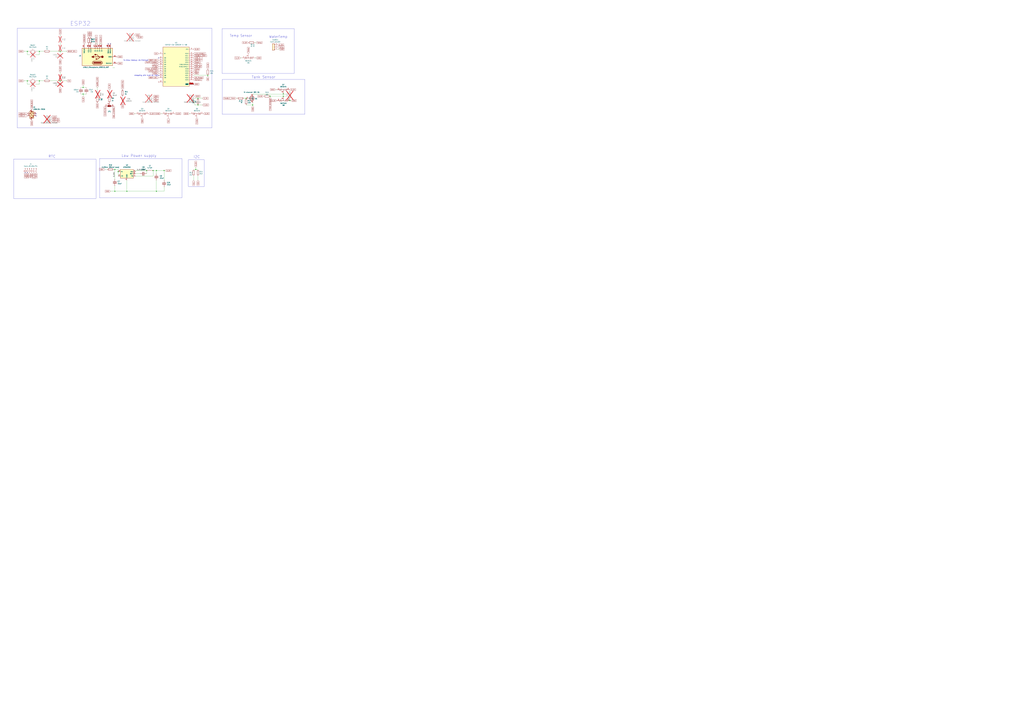
<source format=kicad_sch>
(kicad_sch
	(version 20250114)
	(generator "eeschema")
	(generator_version "9.0")
	(uuid "c26e8d55-0b6e-4c4e-b7c8-b1fed973201c")
	(paper "A0")
	(title_block
		(title "Plant Controller")
		(date "2020-12-21")
		(rev "0.4a")
		(company "C3MA")
	)
	
	(rectangle
		(start 218.694 185.674)
		(end 237.236 216.662)
		(stroke
			(width 0)
			(type default)
		)
		(fill
			(type none)
		)
		(uuid 1ed1aee0-8efb-486a-a550-066a86d5c669)
	)
	(rectangle
		(start 257.81 33.274)
		(end 341.63 85.344)
		(stroke
			(width 0)
			(type default)
		)
		(fill
			(type none)
		)
		(uuid 233c0351-cfd2-4f9e-b811-79c52fcb584d)
	)
	(rectangle
		(start 20.066 32.766)
		(end 246.126 148.59)
		(stroke
			(width 0)
			(type default)
		)
		(fill
			(type none)
		)
		(uuid 3a95b9e0-53dd-4840-b8fb-c11074eed081)
	)
	(rectangle
		(start 257.937 92.329)
		(end 354.076 132.715)
		(stroke
			(width 0)
			(type default)
		)
		(fill
			(type none)
		)
		(uuid 401e2773-4d08-4857-a7c2-f2ab6055fbac)
	)
	(rectangle
		(start 115.57 184.15)
		(end 211.328 229.87)
		(stroke
			(width 0)
			(type default)
		)
		(fill
			(type none)
		)
		(uuid a9061005-802c-46e8-a076-b773f14b0349)
	)
	(rectangle
		(start 15.748 184.912)
		(end 111.506 230.632)
		(stroke
			(width 0)
			(type default)
		)
		(fill
			(type none)
		)
		(uuid f1cb09e6-74b4-43c4-8247-c9f441069dc5)
	)
	(text "To Allow Wakeup via interrupt"
		(exclude_from_sim no)
		(at 157.734 70.104 0)
		(effects
			(font
				(size 1.27 1.27)
			)
		)
		(uuid "2a2b2787-1ab7-4400-91a4-ad0dd84a1701")
	)
	(text "ESP32"
		(exclude_from_sim no)
		(at 81.28 30.48 0)
		(effects
			(font
				(size 5 5)
			)
			(justify left bottom)
		)
		(uuid "3279e749-d62b-45dc-920c-a4d4fc61f21f")
	)
	(text "Tank Sensor"
		(exclude_from_sim no)
		(at 292.1 91.44 0)
		(effects
			(font
				(size 3 3)
			)
			(justify left bottom)
		)
		(uuid "45d00ce1-d24d-4745-b54e-c4c2e50e0191")
	)
	(text "Low Power supply"
		(exclude_from_sim no)
		(at 140.97 182.88 0)
		(effects
			(font
				(size 3 3)
			)
			(justify left bottom)
		)
		(uuid "55fe89b0-9da5-4f92-b5cc-50e3c72dfd42")
	)
	(text "WaterTemp"
		(exclude_from_sim no)
		(at 312.42 44.45 0)
		(effects
			(font
				(size 2.667 2.667)
			)
			(justify left bottom)
		)
		(uuid "59c9990c-80fa-43e9-8e04-020dc8e86397")
	)
	(text "strapping pint must be high"
		(exclude_from_sim no)
		(at 169.672 87.63 0)
		(effects
			(font
				(size 1.27 1.27)
			)
		)
		(uuid "7b27cd3b-0694-416b-8a4d-db02b61ad3f5")
	)
	(text "I2C\n"
		(exclude_from_sim no)
		(at 224.79 184.15 0)
		(effects
			(font
				(size 3 3)
			)
			(justify left bottom)
		)
		(uuid "7ded9190-4a97-4053-98a7-9fc80b60531c")
	)
	(text "Temp Sensor"
		(exclude_from_sim no)
		(at 266.7 43.18 0)
		(effects
			(font
				(size 2.667 2.667)
			)
			(justify left bottom)
		)
		(uuid "8f78cf26-7a1e-4b98-a0fa-4a1385a91614")
	)
	(text "RTC"
		(exclude_from_sim no)
		(at 56.134 183.642 0)
		(effects
			(font
				(size 3 3)
			)
			(justify left bottom)
		)
		(uuid "9240960d-2696-4574-a275-d22681c8f19f")
	)
	(junction
		(at 190.5 198.12)
		(diameter 0)
		(color 0 0 0 0)
		(uuid "044b370d-4a42-4fab-a8a0-78f235931201")
	)
	(junction
		(at 31.75 59.69)
		(diameter 0)
		(color 0 0 0 0)
		(uuid "0c801748-df91-4145-83f3-9b19cb585cd0")
	)
	(junction
		(at 336.55 116.84)
		(diameter 0)
		(color 0 0 0 0)
		(uuid "38cdf507-3384-427d-b32f-3fb3e5d7998b")
	)
	(junction
		(at 69.85 59.69)
		(diameter 0)
		(color 0 0 0 0)
		(uuid "44bf766d-2222-4637-ada1-6cbff94abbf8")
	)
	(junction
		(at 227.33 196.85)
		(diameter 0)
		(color 0 0 0 0)
		(uuid "59cefdea-f0fc-4a2c-8ab5-1fb284bbff64")
	)
	(junction
		(at 133.35 222.25)
		(diameter 0)
		(color 0 0 0 0)
		(uuid "62e83d49-6450-4f8e-9161-9823cbd9fa8a")
	)
	(junction
		(at 147.32 222.25)
		(diameter 0)
		(color 0 0 0 0)
		(uuid "7ea02348-2ae2-4ac7-a02a-9029063eb3d7")
	)
	(junction
		(at 229.87 121.92)
		(diameter 0)
		(color 0 0 0 0)
		(uuid "80d65bc6-dba9-4812-bdea-0cc2f75d7859")
	)
	(junction
		(at 177.8 198.12)
		(diameter 0)
		(color 0 0 0 0)
		(uuid "843e9870-799e-444a-a4e6-716ced5cbe43")
	)
	(junction
		(at 137.16 199.39)
		(diameter 0)
		(color 0 0 0 0)
		(uuid "9330ab14-2e88-49fc-b8ec-647acef19c05")
	)
	(junction
		(at 241.3 87.63)
		(diameter 0)
		(color 0 0 0 0)
		(uuid "9d32f91d-40f9-42f9-b044-70d19854227e")
	)
	(junction
		(at 45.72 59.69)
		(diameter 0)
		(color 0 0 0 0)
		(uuid "a3104c80-278d-416a-b409-fd08d784c6c7")
	)
	(junction
		(at 293.37 121.92)
		(diameter 0)
		(color 0 0 0 0)
		(uuid "a9f9fd58-5fa0-4a3e-95c3-fc0252fa5af0")
	)
	(junction
		(at 285.75 114.3)
		(diameter 0)
		(color 0 0 0 0)
		(uuid "b0e4d6c4-9f37-4b7c-a61f-79c11d6c2915")
	)
	(junction
		(at 328.93 109.22)
		(diameter 0)
		(color 0 0 0 0)
		(uuid "b45885ae-1b76-41c5-80ca-f3da7767748a")
	)
	(junction
		(at 45.72 93.98)
		(diameter 0)
		(color 0 0 0 0)
		(uuid "c39add44-ba76-41fb-8f18-28fa0366e282")
	)
	(junction
		(at 181.61 222.25)
		(diameter 0)
		(color 0 0 0 0)
		(uuid "cac620f5-0af6-41f8-9844-d9f07ee0c129")
	)
	(junction
		(at 133.35 196.85)
		(diameter 0)
		(color 0 0 0 0)
		(uuid "cc922bc0-96bd-4b17-b53a-b9b1b8fdaebf")
	)
	(junction
		(at 31.75 93.98)
		(diameter 0)
		(color 0 0 0 0)
		(uuid "d2b0a197-1410-44de-bdc3-e63959ff5b39")
	)
	(junction
		(at 313.69 111.76)
		(diameter 0)
		(color 0 0 0 0)
		(uuid "d5a62d30-8595-4b2d-b77f-2c8c05e3af0b")
	)
	(junction
		(at 229.87 114.3)
		(diameter 0)
		(color 0 0 0 0)
		(uuid "d87ec7ee-a984-4873-af6a-591dbaf9505a")
	)
	(junction
		(at 181.61 198.12)
		(diameter 0)
		(color 0 0 0 0)
		(uuid "dd5d2f91-6f31-4419-a01a-1ac3389098ab")
	)
	(junction
		(at 170.18 198.12)
		(diameter 0)
		(color 0 0 0 0)
		(uuid "de92b6a6-7a53-41cb-a051-66e1e7d1d440")
	)
	(junction
		(at 328.93 111.76)
		(diameter 0)
		(color 0 0 0 0)
		(uuid "df6d7758-99c5-489b-9654-8c13c4c38e3d")
	)
	(junction
		(at 96.52 109.22)
		(diameter 0)
		(color 0 0 0 0)
		(uuid "eccbfa59-0c6d-47df-8d18-db1d8a427072")
	)
	(junction
		(at 69.85 93.98)
		(diameter 0)
		(color 0 0 0 0)
		(uuid "ed603a96-a752-490d-9f6b-e11a5c28a267")
	)
	(junction
		(at 96.52 101.6)
		(diameter 0)
		(color 0 0 0 0)
		(uuid "f1a67806-2122-488a-be9e-3def99cac9b4")
	)
	(no_connect
		(at 31.75 200.66)
		(uuid "133b7027-41a1-4e09-a1e6-24d8bb033b2a")
	)
	(no_connect
		(at 128.27 50.8)
		(uuid "16cd29f7-51e5-42c3-ada2-8a4c178b95ad")
	)
	(no_connect
		(at 184.15 67.31)
		(uuid "6d645bf1-339f-4b38-a26a-bdd168ca591e")
	)
	(no_connect
		(at 41.91 134.62)
		(uuid "6e3bf7f5-ac34-42e8-8ef5-a375f9ec4670")
	)
	(no_connect
		(at 29.21 200.66)
		(uuid "a8b1637e-8d2e-4941-b9bd-532be9ff9ba7")
	)
	(no_connect
		(at 125.73 50.8)
		(uuid "ab0c5d95-39c0-4c07-a7ec-b4ac971672cf")
	)
	(no_connect
		(at 41.91 132.08)
		(uuid "d86b8e60-6beb-4fca-8d73-f997d63653a6")
	)
	(no_connect
		(at 184.15 87.63)
		(uuid "f3c5dacd-33c5-408d-ad7a-be143502967e")
	)
	(wire
		(pts
			(xy 157.48 199.39) (xy 157.48 198.12)
		)
		(stroke
			(width 0)
			(type default)
		)
		(uuid "00544d92-b95c-48ab-bded-20aed4215a84")
	)
	(wire
		(pts
			(xy 115.57 50.8) (xy 118.11 50.8)
		)
		(stroke
			(width 0)
			(type default)
		)
		(uuid "01464f01-1c59-4028-9471-09addc9dbe7c")
	)
	(wire
		(pts
			(xy 41.91 63.5) (xy 45.72 63.5)
		)
		(stroke
			(width 0)
			(type default)
		)
		(uuid "0177a789-58ee-4342-a75b-6dc9759a0292")
	)
	(wire
		(pts
			(xy 190.5 198.12) (xy 190.5 209.55)
		)
		(stroke
			(width 0)
			(type default)
		)
		(uuid "073a5a3e-ce2a-4308-9d5f-8e5083d6900a")
	)
	(wire
		(pts
			(xy 96.52 109.22) (xy 96.52 111.76)
		)
		(stroke
			(width 0)
			(type default)
		)
		(uuid "1ab70c7f-b32b-445d-9855-6db940558137")
	)
	(wire
		(pts
			(xy 43.18 59.69) (xy 45.72 59.69)
		)
		(stroke
			(width 0)
			(type default)
		)
		(uuid "1ca63fb6-baf6-4191-bb5e-78a70eea690f")
	)
	(wire
		(pts
			(xy 133.35 196.85) (xy 137.16 196.85)
		)
		(stroke
			(width 0)
			(type default)
		)
		(uuid "1e9e6f78-f74a-4312-9046-e9429cce41e3")
	)
	(wire
		(pts
			(xy 229.87 114.3) (xy 234.95 114.3)
		)
		(stroke
			(width 0)
			(type default)
		)
		(uuid "1ee75389-371d-4303-a4c9-a6fef7dc46c8")
	)
	(wire
		(pts
			(xy 177.8 198.12) (xy 181.61 198.12)
		)
		(stroke
			(width 0)
			(type default)
		)
		(uuid "20166631-ceea-4df6-aaa0-7b9dea7af3a7")
	)
	(wire
		(pts
			(xy 69.85 93.98) (xy 77.47 93.98)
		)
		(stroke
			(width 0)
			(type default)
		)
		(uuid "21cbfe94-5ca9-4e05-91f8-af8286db52f0")
	)
	(wire
		(pts
			(xy 130.81 78.74) (xy 133.35 78.74)
		)
		(stroke
			(width 0)
			(type default)
		)
		(uuid "21f60869-92ca-48e7-9c92-e32ba51a2992")
	)
	(wire
		(pts
			(xy 190.5 198.12) (xy 191.77 198.12)
		)
		(stroke
			(width 0)
			(type default)
		)
		(uuid "21fd04de-04fd-44fe-ac95-32032975b306")
	)
	(wire
		(pts
			(xy 275.59 114.3) (xy 274.32 114.3)
		)
		(stroke
			(width 0)
			(type default)
		)
		(uuid "2b5e2002-4910-4b28-b2af-64df078c8f37")
	)
	(wire
		(pts
			(xy 157.48 198.12) (xy 170.18 198.12)
		)
		(stroke
			(width 0)
			(type default)
		)
		(uuid "2f0e34dc-23a1-4343-99fe-934ebcfe6876")
	)
	(wire
		(pts
			(xy 241.3 87.63) (xy 241.3 88.9)
		)
		(stroke
			(width 0)
			(type default)
		)
		(uuid "300e623b-0a9c-4423-aa64-510875be6be9")
	)
	(wire
		(pts
			(xy 34.29 97.79) (xy 31.75 97.79)
		)
		(stroke
			(width 0)
			(type default)
		)
		(uuid "31699884-19e8-4f5a-acb0-7aab16d601da")
	)
	(wire
		(pts
			(xy 45.72 63.5) (xy 45.72 59.69)
		)
		(stroke
			(width 0)
			(type default)
		)
		(uuid "31bf5f35-13b7-4fbb-8116-6685511be1f0")
	)
	(wire
		(pts
			(xy 133.35 196.85) (xy 133.35 208.28)
		)
		(stroke
			(width 0)
			(type default)
		)
		(uuid "3215aaf6-8acf-4b11-ae76-847f8bc48217")
	)
	(wire
		(pts
			(xy 157.48 204.47) (xy 177.8 204.47)
		)
		(stroke
			(width 0)
			(type default)
		)
		(uuid "341c14b7-2131-494c-89af-bf473dad092d")
	)
	(wire
		(pts
			(xy 110.49 50.8) (xy 113.03 50.8)
		)
		(stroke
			(width 0)
			(type default)
		)
		(uuid "3b20760e-8468-417c-9610-a2277b48ecd3")
	)
	(wire
		(pts
			(xy 96.52 101.6) (xy 100.33 101.6)
		)
		(stroke
			(width 0)
			(type default)
		)
		(uuid "3dce1630-8f07-4681-bb48-60204f907b65")
	)
	(wire
		(pts
			(xy 181.61 198.12) (xy 181.61 201.93)
		)
		(stroke
			(width 0)
			(type default)
		)
		(uuid "443f6d58-cc2a-42e8-8fd3-47672e7a1671")
	)
	(wire
		(pts
			(xy 226.06 114.3) (xy 229.87 114.3)
		)
		(stroke
			(width 0)
			(type default)
		)
		(uuid "44b868eb-c1c8-4396-a25b-1ed4bffa5df2")
	)
	(wire
		(pts
			(xy 320.04 104.14) (xy 321.31 104.14)
		)
		(stroke
			(width 0)
			(type default)
		)
		(uuid "4763bbcb-eda9-4ab0-ad66-1b29bb694dd2")
	)
	(wire
		(pts
			(xy 121.92 196.85) (xy 124.46 196.85)
		)
		(stroke
			(width 0)
			(type default)
		)
		(uuid "47ab24c6-c94f-4623-8e88-86ffdbeaccf1")
	)
	(wire
		(pts
			(xy 280.67 67.31) (xy 279.4 67.31)
		)
		(stroke
			(width 0)
			(type default)
		)
		(uuid "4822f19e-4727-4e58-9418-8885dac36249")
	)
	(wire
		(pts
			(xy 31.75 59.69) (xy 33.02 59.69)
		)
		(stroke
			(width 0)
			(type default)
		)
		(uuid "483615ee-41ef-48f3-bab8-747913a3b96f")
	)
	(wire
		(pts
			(xy 69.85 86.36) (xy 69.85 83.82)
		)
		(stroke
			(width 0)
			(type default)
		)
		(uuid "4bb38bb9-7c08-4826-a42b-21192907f190")
	)
	(wire
		(pts
			(xy 323.85 57.15) (xy 322.58 57.15)
		)
		(stroke
			(width 0)
			(type default)
		)
		(uuid "4ec4bfe9-2922-4313-8831-dc1120ed0291")
	)
	(wire
		(pts
			(xy 224.79 87.63) (xy 241.3 87.63)
		)
		(stroke
			(width 0)
			(type default)
		)
		(uuid "4fb87588-bd13-4f55-b134-6d17131334bf")
	)
	(wire
		(pts
			(xy 69.85 59.69) (xy 77.47 59.69)
		)
		(stroke
			(width 0)
			(type default)
		)
		(uuid "5256d83b-af0e-4569-b35e-4538fa9f0c95")
	)
	(wire
		(pts
			(xy 31.75 93.98) (xy 31.75 97.79)
		)
		(stroke
			(width 0)
			(type default)
		)
		(uuid "536ecfb7-07b7-4bf3-b53a-4fdb8c0b7f89")
	)
	(wire
		(pts
			(xy 128.27 222.25) (xy 133.35 222.25)
		)
		(stroke
			(width 0)
			(type default)
		)
		(uuid "54360d2e-a2a6-42c5-9b34-98e51d40f103")
	)
	(wire
		(pts
			(xy 45.72 59.69) (xy 50.8 59.69)
		)
		(stroke
			(width 0)
			(type default)
		)
		(uuid "54ca3150-def0-4bc3-8825-96aab67dcdc1")
	)
	(wire
		(pts
			(xy 69.85 49.53) (xy 69.85 52.07)
		)
		(stroke
			(width 0)
			(type default)
		)
		(uuid "55bd0438-7295-46aa-bd32-0ce2fda20b0b")
	)
	(wire
		(pts
			(xy 181.61 209.55) (xy 181.61 222.25)
		)
		(stroke
			(width 0)
			(type default)
		)
		(uuid "5b5c70bc-6004-4d9b-97c5-d20d6b356f63")
	)
	(wire
		(pts
			(xy 293.37 109.22) (xy 328.93 109.22)
		)
		(stroke
			(width 0)
			(type default)
		)
		(uuid "60a62d88-28f4-4168-abad-a0a075987d66")
	)
	(wire
		(pts
			(xy 219.71 132.08) (xy 220.98 132.08)
		)
		(stroke
			(width 0)
			(type default)
		)
		(uuid "62e15c17-7df5-475e-b103-0d4f69dd85c3")
	)
	(wire
		(pts
			(xy 226.06 116.84) (xy 226.06 121.92)
		)
		(stroke
			(width 0)
			(type default)
		)
		(uuid "644eabac-1c27-416e-bf4d-750948deadf2")
	)
	(wire
		(pts
			(xy 27.94 93.98) (xy 31.75 93.98)
		)
		(stroke
			(width 0)
			(type default)
		)
		(uuid "658cd722-822e-4271-af54-fd25a45efbeb")
	)
	(wire
		(pts
			(xy 69.85 59.69) (xy 69.85 60.96)
		)
		(stroke
			(width 0)
			(type default)
		)
		(uuid "700ef27d-1afc-4474-9c7e-7495dfb2cd41")
	)
	(wire
		(pts
			(xy 227.33 194.31) (xy 227.33 196.85)
		)
		(stroke
			(width 0)
			(type default)
		)
		(uuid "70866635-ddea-48d8-8718-83534d7ee14b")
	)
	(wire
		(pts
			(xy 137.16 199.39) (xy 137.16 204.47)
		)
		(stroke
			(width 0)
			(type default)
		)
		(uuid "70e2b339-1534-406e-84c3-c1500ad6d923")
	)
	(wire
		(pts
			(xy 96.52 99.06) (xy 96.52 101.6)
		)
		(stroke
			(width 0)
			(type default)
		)
		(uuid "722ee4f9-72ec-47c5-8af9-2593b457c9f6")
	)
	(wire
		(pts
			(xy 93.98 101.6) (xy 96.52 101.6)
		)
		(stroke
			(width 0)
			(type default)
		)
		(uuid "74b2227a-fa56-4549-b733-9557b9413712")
	)
	(wire
		(pts
			(xy 45.72 93.98) (xy 45.72 97.79)
		)
		(stroke
			(width 0)
			(type default)
		)
		(uuid "76babe23-9fed-45a3-9579-567c56af29ba")
	)
	(wire
		(pts
			(xy 34.29 63.5) (xy 31.75 63.5)
		)
		(stroke
			(width 0)
			(type default)
		)
		(uuid "7d485185-3d6f-4ba3-a470-0c5cd8a21f08")
	)
	(wire
		(pts
			(xy 31.75 93.98) (xy 33.02 93.98)
		)
		(stroke
			(width 0)
			(type default)
		)
		(uuid "7e0b43c8-36f8-4add-a349-afdc2cb53952")
	)
	(wire
		(pts
			(xy 93.98 109.22) (xy 96.52 109.22)
		)
		(stroke
			(width 0)
			(type default)
		)
		(uuid "8407ac68-3faf-4589-b1de-98116c7b6a4f")
	)
	(wire
		(pts
			(xy 156.21 132.08) (xy 157.48 132.08)
		)
		(stroke
			(width 0)
			(type default)
		)
		(uuid "8c027af5-0ec1-4c51-959c-ea99286f05f4")
	)
	(wire
		(pts
			(xy 113.03 101.6) (xy 113.03 104.14)
		)
		(stroke
			(width 0)
			(type default)
		)
		(uuid "906456f1-74dc-4cc0-8aa6-e1b12a5b0326")
	)
	(wire
		(pts
			(xy 285.75 121.92) (xy 293.37 121.92)
		)
		(stroke
			(width 0)
			(type default)
		)
		(uuid "91ee550a-c477-47ca-85c9-86517cb173f8")
	)
	(wire
		(pts
			(xy 293.37 121.92) (xy 293.37 123.19)
		)
		(stroke
			(width 0)
			(type default)
		)
		(uuid "93c0481b-aacd-483f-a8cc-de3fae8dd8cf")
	)
	(wire
		(pts
			(xy 224.79 204.47) (xy 224.79 209.55)
		)
		(stroke
			(width 0)
			(type default)
		)
		(uuid "93c17db2-793e-4a58-8c7e-ff5af9ec0b01")
	)
	(wire
		(pts
			(xy 226.06 121.92) (xy 229.87 121.92)
		)
		(stroke
			(width 0)
			(type default)
		)
		(uuid "97d339c5-225b-44e6-942d-fe692ed2713c")
	)
	(wire
		(pts
			(xy 137.16 199.39) (xy 137.16 196.85)
		)
		(stroke
			(width 0)
			(type default)
		)
		(uuid "9813ea57-4d58-489b-89ae-07fd3f643fb1")
	)
	(wire
		(pts
			(xy 132.08 196.85) (xy 133.35 196.85)
		)
		(stroke
			(width 0)
			(type default)
		)
		(uuid "9cd64da3-7cbe-47d6-b7bf-ef8c07a5766f")
	)
	(wire
		(pts
			(xy 229.87 209.55) (xy 229.87 204.47)
		)
		(stroke
			(width 0)
			(type default)
		)
		(uuid "a0dea2ad-b1d7-490e-8617-4f6f933c9a95")
	)
	(wire
		(pts
			(xy 58.42 93.98) (xy 69.85 93.98)
		)
		(stroke
			(width 0)
			(type default)
		)
		(uuid "a650c4ef-35d1-41cc-a1b8-2f4d039def3e")
	)
	(wire
		(pts
			(xy 45.72 93.98) (xy 50.8 93.98)
		)
		(stroke
			(width 0)
			(type default)
		)
		(uuid "a6f20c79-82b3-4cbc-a418-b3e892edf979")
	)
	(wire
		(pts
			(xy 229.87 121.92) (xy 234.95 121.92)
		)
		(stroke
			(width 0)
			(type default)
		)
		(uuid "a9a80599-37da-40a1-aecd-15d6cb538347")
	)
	(wire
		(pts
			(xy 295.91 67.31) (xy 297.18 67.31)
		)
		(stroke
			(width 0)
			(type default)
		)
		(uuid "ade28c45-f14b-40f4-9d46-d637ff17c8e5")
	)
	(wire
		(pts
			(xy 41.91 97.79) (xy 45.72 97.79)
		)
		(stroke
			(width 0)
			(type default)
		)
		(uuid "b0727bbf-4aa0-4f1f-a393-5a2444607ca8")
	)
	(wire
		(pts
			(xy 43.18 93.98) (xy 45.72 93.98)
		)
		(stroke
			(width 0)
			(type default)
		)
		(uuid "b34bc502-57b5-42ca-a1e3-e37a6b18fa8a")
	)
	(wire
		(pts
			(xy 293.37 121.92) (xy 293.37 119.38)
		)
		(stroke
			(width 0)
			(type default)
		)
		(uuid "b5a66bcd-3d77-4fc3-a7ef-9522ea59d5b4")
	)
	(wire
		(pts
			(xy 147.32 222.25) (xy 147.32 209.55)
		)
		(stroke
			(width 0)
			(type default)
		)
		(uuid "b6720c32-3f31-4f20-b0a6-1f7f148e6f29")
	)
	(wire
		(pts
			(xy 190.5 217.17) (xy 190.5 222.25)
		)
		(stroke
			(width 0)
			(type default)
		)
		(uuid "c1977e11-40fd-41ee-991a-e630569b0c5d")
	)
	(wire
		(pts
			(xy 295.91 49.53) (xy 297.18 49.53)
		)
		(stroke
			(width 0)
			(type default)
		)
		(uuid "c1fe0d71-1f5e-47ed-907f-af30434668b3")
	)
	(wire
		(pts
			(xy 170.18 198.12) (xy 170.18 201.93)
		)
		(stroke
			(width 0)
			(type default)
		)
		(uuid "c64f2a5a-6ac5-4ee0-82f3-7c62dac322cd")
	)
	(wire
		(pts
			(xy 31.75 63.5) (xy 31.75 59.69)
		)
		(stroke
			(width 0)
			(type default)
		)
		(uuid "c64f7182-b1d1-414b-8311-bf9c8def56b0")
	)
	(wire
		(pts
			(xy 27.94 59.69) (xy 31.75 59.69)
		)
		(stroke
			(width 0)
			(type default)
		)
		(uuid "c80e2422-7139-49dc-b3f9-625263c3cdf8")
	)
	(wire
		(pts
			(xy 157.48 201.93) (xy 162.56 201.93)
		)
		(stroke
			(width 0)
			(type default)
		)
		(uuid "c9497b55-d85d-44e6-9e09-b4117663e8ec")
	)
	(wire
		(pts
			(xy 133.35 222.25) (xy 147.32 222.25)
		)
		(stroke
			(width 0)
			(type default)
		)
		(uuid "cd051e9a-c498-4d06-bc2d-35923d208041")
	)
	(wire
		(pts
			(xy 147.32 222.25) (xy 181.61 222.25)
		)
		(stroke
			(width 0)
			(type default)
		)
		(uuid "cfe20f0e-3229-4ef1-83d0-d58b6714d40a")
	)
	(wire
		(pts
			(xy 313.69 111.76) (xy 313.69 113.03)
		)
		(stroke
			(width 0)
			(type default)
		)
		(uuid "d015eee5-e700-4aae-9740-7584ac86f2dc")
	)
	(wire
		(pts
			(xy 69.85 40.64) (xy 69.85 41.91)
		)
		(stroke
			(width 0)
			(type default)
		)
		(uuid "d32bf4e8-ecff-4ac9-ad29-ae1c8bda82d7")
	)
	(wire
		(pts
			(xy 328.93 111.76) (xy 331.47 111.76)
		)
		(stroke
			(width 0)
			(type default)
		)
		(uuid "e1cb434d-ad4f-4f8f-9de9-d90ae9cd1c77")
	)
	(wire
		(pts
			(xy 283.21 114.3) (xy 285.75 114.3)
		)
		(stroke
			(width 0)
			(type default)
		)
		(uuid "e2df7712-ab61-410a-b1b8-e5fe74794534")
	)
	(wire
		(pts
			(xy 186.69 132.08) (xy 187.96 132.08)
		)
		(stroke
			(width 0)
			(type default)
		)
		(uuid "e3114c64-3a58-46b0-a670-c83661c7de49")
	)
	(wire
		(pts
			(xy 181.61 222.25) (xy 190.5 222.25)
		)
		(stroke
			(width 0)
			(type default)
		)
		(uuid "e3e16d60-e87f-4f81-b4a0-d9c287751fc3")
	)
	(wire
		(pts
			(xy 181.61 198.12) (xy 190.5 198.12)
		)
		(stroke
			(width 0)
			(type default)
		)
		(uuid "e5dd29a8-e1fa-416e-af62-b015c0850755")
	)
	(wire
		(pts
			(xy 313.69 111.76) (xy 328.93 111.76)
		)
		(stroke
			(width 0)
			(type default)
		)
		(uuid "ed1859d2-f596-4cb5-a5ad-7acc9d34a435")
	)
	(wire
		(pts
			(xy 58.42 59.69) (xy 69.85 59.69)
		)
		(stroke
			(width 0)
			(type default)
		)
		(uuid "efe43904-6098-445c-abdc-2bc8ca9294e5")
	)
	(wire
		(pts
			(xy 328.93 109.22) (xy 331.47 109.22)
		)
		(stroke
			(width 0)
			(type default)
		)
		(uuid "f0fe1774-fe0e-4df8-8b74-3ff52c87b757")
	)
	(wire
		(pts
			(xy 337.82 116.84) (xy 336.55 116.84)
		)
		(stroke
			(width 0)
			(type default)
		)
		(uuid "f1a50e89-e842-4523-8212-2d0c94809628")
	)
	(wire
		(pts
			(xy 96.52 109.22) (xy 100.33 109.22)
		)
		(stroke
			(width 0)
			(type default)
		)
		(uuid "f1c085fa-3dc9-4e20-974e-d9de9c622474")
	)
	(wire
		(pts
			(xy 177.8 198.12) (xy 177.8 204.47)
		)
		(stroke
			(width 0)
			(type default)
		)
		(uuid "f39fd57d-e306-4251-ac64-7a267b001858")
	)
	(wire
		(pts
			(xy 224.79 196.85) (xy 227.33 196.85)
		)
		(stroke
			(width 0)
			(type default)
		)
		(uuid "f5e7d45d-4790-4305-9401-f604f4076991")
	)
	(wire
		(pts
			(xy 133.35 215.9) (xy 133.35 222.25)
		)
		(stroke
			(width 0)
			(type default)
		)
		(uuid "fe49eedb-62fd-43d7-96f6-9539138e96af")
	)
	(wire
		(pts
			(xy 227.33 196.85) (xy 229.87 196.85)
		)
		(stroke
			(width 0)
			(type default)
		)
		(uuid "ff6dab05-366f-49e5-b875-92ab1629809b")
	)
	(label "3_3V_cool"
		(at 158.75 198.12 0)
		(effects
			(font
				(size 1.27 1.27)
			)
			(justify left bottom)
		)
		(uuid "179cbfb7-de18-4876-b7e4-5f6f937e6e29")
	)
	(label "3_3IN"
		(at 133.35 205.74 90)
		(effects
			(font
				(size 1.27 1.27)
			)
			(justify left bottom)
		)
		(uuid "d7a1fd82-a950-4563-b992-77a3313fd913")
	)
	(global_label "TANK_SENSOR"
		(shape input)
		(at 184.15 80.01 180)
		(fields_autoplaced yes)
		(effects
			(font
				(size 1.27 1.27)
			)
			(justify right)
		)
		(uuid "0277878d-a4a6-4231-8b67-d156df63670e")
		(property "Intersheetrefs" "${INTERSHEET_REFS}"
			(at 168.6957 80.01 0)
			(effects
				(font
					(size 1.27 1.27)
				)
				(justify right)
				(hide yes)
			)
		)
	)
	(global_label "GND"
		(shape input)
		(at 128.27 222.25 180)
		(fields_autoplaced yes)
		(effects
			(font
				(size 1.27 1.27)
			)
			(justify right)
		)
		(uuid "02ae5759-0047-4e4c-b5f9-37d161f83f20")
		(property "Intersheetrefs" "${INTERSHEET_REFS}"
			(at 121.9864 222.1706 0)
			(effects
				(font
					(size 1.27 1.27)
				)
				(justify right)
				(hide yes)
			)
		)
	)
	(global_label "GND"
		(shape input)
		(at 337.82 116.84 0)
		(fields_autoplaced yes)
		(effects
			(font
				(size 1.27 1.27)
			)
			(justify left)
		)
		(uuid "05c81bef-81a5-4a36-ab49-e60fb7156524")
		(property "Intersheetrefs" "${INTERSHEET_REFS}"
			(at 343.9421 116.84 0)
			(effects
				(font
					(size 1.27 1.27)
				)
				(justify left)
				(hide yes)
			)
		)
	)
	(global_label "3_3V"
		(shape input)
		(at 321.31 116.84 180)
		(fields_autoplaced yes)
		(effects
			(font
				(size 1.27 1.27)
			)
			(justify right)
		)
		(uuid "05d6d37f-4aa5-4dd8-a14c-e60a7d890ed1")
		(property "Intersheetrefs" "${INTERSHEET_REFS}"
			(at 314.5832 116.84 0)
			(effects
				(font
					(size 1.27 1.27)
				)
				(justify right)
				(hide yes)
			)
		)
	)
	(global_label "GND"
		(shape input)
		(at 320.04 104.14 180)
		(fields_autoplaced yes)
		(effects
			(font
				(size 1.27 1.27)
			)
			(justify right)
		)
		(uuid "07eb776c-3b6c-493d-938d-f5eeb93bb30f")
		(property "Intersheetrefs" "${INTERSHEET_REFS}"
			(at 313.9179 104.14 0)
			(effects
				(font
					(size 1.27 1.27)
				)
				(justify right)
				(hide yes)
			)
		)
	)
	(global_label "GND"
		(shape input)
		(at 96.52 99.06 90)
		(fields_autoplaced yes)
		(effects
			(font
				(size 1.27 1.27)
			)
			(justify left)
		)
		(uuid "07f2735a-5fa4-495f-a960-1a2fafe677bd")
		(property "Intersheetrefs" "${INTERSHEET_REFS}"
			(at 96.52 92.9379 90)
			(effects
				(font
					(size 1.27 1.27)
				)
				(justify left)
				(hide yes)
			)
		)
	)
	(global_label "GND"
		(shape input)
		(at 226.06 111.76 0)
		(fields_autoplaced yes)
		(effects
			(font
				(size 1.27 1.27)
			)
			(justify left)
		)
		(uuid "09df9ed6-1e8f-41ca-830c-ab300f318c83")
		(property "Intersheetrefs" "${INTERSHEET_REFS}"
			(at 232.2615 111.76 0)
			(effects
				(font
					(size 1.27 1.27)
				)
				(justify left)
				(hide yes)
			)
		)
	)
	(global_label "3_3V"
		(shape input)
		(at 279.4 67.31 180)
		(fields_autoplaced yes)
		(effects
			(font
				(size 1.27 1.27)
			)
			(justify right)
		)
		(uuid "09fcc264-687b-4bb3-b3f3-327820a2a93f")
		(property "Intersheetrefs" "${INTERSHEET_REFS}"
			(at 272.6732 67.31 0)
			(effects
				(font
					(size 1.27 1.27)
				)
				(justify right)
				(hide yes)
			)
		)
	)
	(global_label "USB_D-"
		(shape input)
		(at 111.76 50.8 90)
		(fields_autoplaced yes)
		(effects
			(font
				(size 1.27 1.27)
			)
			(justify left)
		)
		(uuid "0d994ccb-a63f-4416-9894-9ddfda536836")
		(property "Intersheetrefs" "${INTERSHEET_REFS}"
			(at 111.76 40.849 90)
			(effects
				(font
					(size 1.27 1.27)
				)
				(justify left)
				(hide yes)
			)
		)
	)
	(global_label "SDA"
		(shape input)
		(at 36.83 200.66 270)
		(fields_autoplaced yes)
		(effects
			(font
				(size 1.27 1.27)
			)
			(justify right)
		)
		(uuid "15df726b-dd98-4aca-996c-07a91cdb9d7a")
		(property "Intersheetrefs" "${INTERSHEET_REFS}"
			(at 36.83 206.5591 90)
			(effects
				(font
					(size 1.27 1.27)
				)
				(justify right)
				(hide yes)
			)
		)
	)
	(global_label "SDA"
		(shape input)
		(at 177.8 116.84 0)
		(fields_autoplaced yes)
		(effects
			(font
				(size 1.27 1.27)
			)
			(justify left)
		)
		(uuid "1c205131-2195-4fc5-98ca-0cab3ff1b276")
		(property "Intersheetrefs" "${INTERSHEET_REFS}"
			(at 183.6197 116.84 0)
			(effects
				(font
					(size 1.27 1.27)
				)
				(justify left)
				(hide yes)
			)
		)
	)
	(global_label "OE"
		(shape input)
		(at 241.3 88.9 270)
		(fields_autoplaced yes)
		(effects
			(font
				(size 1.27 1.27)
			)
			(justify right)
		)
		(uuid "1dc7911b-61e6-4396-9165-92655d161c8b")
		(property "Intersheetrefs" "${INTERSHEET_REFS}"
			(at 241.3 93.7105 90)
			(effects
				(font
					(size 1.27 1.27)
				)
				(justify right)
				(hide yes)
			)
		)
	)
	(global_label "GND"
		(shape input)
		(at 293.37 123.19 270)
		(fields_autoplaced yes)
		(effects
			(font
				(size 1.27 1.27)
			)
			(justify right)
		)
		(uuid "20826301-241c-4b61-8480-c1231645cf78")
		(property "Intersheetrefs" "${INTERSHEET_REFS}"
			(at 293.37 129.3121 90)
			(effects
				(font
					(size 1.27 1.27)
				)
				(justify right)
				(hide yes)
			)
		)
	)
	(global_label "GND"
		(shape input)
		(at 156.21 132.08 180)
		(fields_autoplaced yes)
		(effects
			(font
				(size 1.27 1.27)
			)
			(justify right)
		)
		(uuid "29a5ca9f-ceff-4d1f-9d68-01494322a3e8")
		(property "Intersheetrefs" "${INTERSHEET_REFS}"
			(at 150.0879 132.08 0)
			(effects
				(font
					(size 1.27 1.27)
				)
				(justify right)
				(hide yes)
			)
		)
	)
	(global_label "USB_BUS"
		(shape input)
		(at 36.83 127 90)
		(fields_autoplaced yes)
		(effects
			(font
				(size 1.27 1.27)
			)
			(justify left)
		)
		(uuid "2c73b682-c34d-4be6-90ef-25750bdd4b53")
		(property "Intersheetrefs" "${INTERSHEET_REFS}"
			(at 36.83 116.0814 90)
			(effects
				(font
					(size 1.27 1.27)
				)
				(justify left)
				(hide yes)
			)
		)
	)
	(global_label "PUMP_ENABLE"
		(shape input)
		(at 184.15 72.39 180)
		(fields_autoplaced yes)
		(effects
			(font
				(size 1.27 1.27)
			)
			(justify right)
		)
		(uuid "2e795b18-a106-4105-bbb4-8c45273e4987")
		(property "Intersheetrefs" "${INTERSHEET_REFS}"
			(at 168.5143 72.39 0)
			(effects
				(font
					(size 1.27 1.27)
				)
				(justify right)
				(hide yes)
			)
		)
	)
	(global_label "SDA"
		(shape input)
		(at 224.79 85.09 0)
		(fields_autoplaced yes)
		(effects
			(font
				(size 1.27 1.27)
			)
			(justify left)
		)
		(uuid "2eebddac-8c2f-4574-8648-38ee33af1472")
		(property "Intersheetrefs" "${INTERSHEET_REFS}"
			(at 230.6891 85.09 0)
			(effects
				(font
					(size 1.27 1.27)
				)
				(justify left)
				(hide yes)
			)
		)
	)
	(global_label "Latch"
		(shape input)
		(at 184.15 74.93 180)
		(fields_autoplaced yes)
		(effects
			(font
				(size 1.27 1.27)
			)
			(justify right)
		)
		(uuid "300f0c77-6b37-4bff-9370-ea31346be62b")
		(property "Intersheetrefs" "${INTERSHEET_REFS}"
			(at 176.6786 74.93 0)
			(effects
				(font
					(size 1.27 1.27)
				)
				(justify right)
				(hide yes)
			)
		)
	)
	(global_label "WORKING"
		(shape input)
		(at 142.24 104.14 90)
		(fields_autoplaced yes)
		(effects
			(font
				(size 1.27 1.27)
			)
			(justify left)
		)
		(uuid "303310f5-7f76-473a-84ff-825ecc4bddd1")
		(property "Intersheetrefs" "${INTERSHEET_REFS}"
			(at 142.24 93.2818 90)
			(effects
				(font
					(size 1.27 1.27)
				)
				(justify left)
				(hide yes)
			)
		)
	)
	(global_label "FLOW"
		(shape input)
		(at 228.6 137.16 270)
		(fields_autoplaced yes)
		(effects
			(font
				(size 1.27 1.27)
			)
			(justify right)
		)
		(uuid "34231fa6-ab62-4cfa-828a-b9604edabdea")
		(property "Intersheetrefs" "${INTERSHEET_REFS}"
			(at 228.6 144.3896 90)
			(effects
				(font
					(size 1.27 1.27)
				)
				(justify right)
				(hide yes)
			)
		)
	)
	(global_label "GND"
		(shape input)
		(at 224.79 97.79 0)
		(fields_autoplaced yes)
		(effects
			(font
				(size 1.27 1.27)
			)
			(justify left)
		)
		(uuid "3952489d-2258-4eb0-b36f-fed0b81dc0f7")
		(property "Intersheetrefs" "${INTERSHEET_REFS}"
			(at 230.9121 97.79 0)
			(effects
				(font
					(size 1.27 1.27)
				)
				(justify left)
				(hide yes)
			)
		)
	)
	(global_label "Clock"
		(shape input)
		(at 224.79 72.39 0)
		(fields_autoplaced yes)
		(effects
			(font
				(size 1.27 1.27)
			)
			(justify left)
		)
		(uuid "444db22d-7d67-410d-af47-34f201db7a3c")
		(property "Intersheetrefs" "${INTERSHEET_REFS}"
			(at 232.2425 72.39 0)
			(effects
				(font
					(size 1.27 1.27)
				)
				(justify left)
				(hide yes)
			)
		)
	)
	(global_label "GND"
		(shape input)
		(at 59.69 135.89 0)
		(fields_autoplaced yes)
		(effects
			(font
				(size 1.27 1.27)
			)
			(justify left)
		)
		(uuid "472614c1-a2b1-4366-9d8e-904ae5de7b8a")
		(property "Intersheetrefs" "${INTERSHEET_REFS}"
			(at 65.8915 135.89 0)
			(effects
				(font
					(size 1.27 1.27)
				)
				(justify left)
				(hide yes)
			)
		)
	)
	(global_label "USB_D-"
		(shape input)
		(at 224.79 67.31 0)
		(fields_autoplaced yes)
		(effects
			(font
				(size 1.27 1.27)
			)
			(justify left)
		)
		(uuid "4762d8da-1631-45c2-a8a0-68b72266e13f")
		(property "Intersheetrefs" "${INTERSHEET_REFS}"
			(at 234.741 67.31 0)
			(effects
				(font
					(size 1.27 1.27)
				)
				(justify left)
				(hide yes)
			)
		)
	)
	(global_label "3_3V"
		(shape input)
		(at 224.79 57.15 0)
		(fields_autoplaced yes)
		(effects
			(font
				(size 1.27 1.27)
			)
			(justify left)
		)
		(uuid "4b58c183-fef7-4f16-8227-b9c944318b7a")
		(property "Intersheetrefs" "${INTERSHEET_REFS}"
			(at 231.5962 57.15 0)
			(effects
				(font
					(size 1.27 1.27)
				)
				(justify left)
				(hide yes)
			)
		)
	)
	(global_label "GND"
		(shape input)
		(at 219.71 132.08 180)
		(fields_autoplaced yes)
		(effects
			(font
				(size 1.27 1.27)
			)
			(justify right)
		)
		(uuid "4e1f5596-4d13-4a09-8265-b9712f406076")
		(property "Intersheetrefs" "${INTERSHEET_REFS}"
			(at 213.5879 132.08 0)
			(effects
				(font
					(size 1.27 1.27)
				)
				(justify right)
				(hide yes)
			)
		)
	)
	(global_label "LED_ENABLE"
		(shape input)
		(at 224.79 62.23 0)
		(fields_autoplaced yes)
		(effects
			(font
				(size 1.27 1.27)
			)
			(justify left)
		)
		(uuid "5064f40a-c39f-4b20-b500-6fe3c570c724")
		(property "Intersheetrefs" "${INTERSHEET_REFS}"
			(at 238.4715 62.23 0)
			(effects
				(font
					(size 1.27 1.27)
				)
				(justify left)
				(hide yes)
			)
		)
	)
	(global_label "GND"
		(shape input)
		(at 27.94 59.69 180)
		(fields_autoplaced yes)
		(effects
			(font
				(size 1.27 1.27)
			)
			(justify right)
		)
		(uuid "518069ba-320e-4078-b2d1-770c0e5ec936")
		(property "Intersheetrefs" "${INTERSHEET_REFS}"
			(at 21.7385 59.69 0)
			(effects
				(font
					(size 1.27 1.27)
				)
				(justify right)
				(hide yes)
			)
		)
	)
	(global_label "USB_D-"
		(shape input)
		(at 31.75 134.62 180)
		(fields_autoplaced yes)
		(effects
			(font
				(size 1.27 1.27)
			)
			(justify right)
		)
		(uuid "56adb73e-4df4-4836-a1b9-8ea138890f53")
		(property "Intersheetrefs" "${INTERSHEET_REFS}"
			(at 21.799 134.62 0)
			(effects
				(font
					(size 1.27 1.27)
				)
				(justify right)
				(hide yes)
			)
		)
	)
	(global_label "Temp"
		(shape input)
		(at 297.18 49.53 0)
		(fields_autoplaced yes)
		(effects
			(font
				(size 1.27 1.27)
			)
			(justify left)
		)
		(uuid "5ea59d74-dabb-454e-bc08-a725a4498fc6")
		(property "Intersheetrefs" "${INTERSHEET_REFS}"
			(at 304.3301 49.53 0)
			(effects
				(font
					(size 1.27 1.27)
				)
				(justify left)
				(hide yes)
			)
		)
	)
	(global_label "SOL_CHARGE"
		(shape input)
		(at 132.08 123.19 270)
		(fields_autoplaced yes)
		(effects
			(font
				(size 1.27 1.27)
			)
			(justify right)
		)
		(uuid "615f741a-c055-4957-8606-080a51d69bd5")
		(property "Intersheetrefs" "${INTERSHEET_REFS}"
			(at 132.08 137.4348 90)
			(effects
				(font
					(size 1.27 1.27)
				)
				(justify right)
				(hide yes)
			)
		)
	)
	(global_label "ESP_RX"
		(shape input)
		(at 59.69 140.97 0)
		(fields_autoplaced yes)
		(effects
			(font
				(size 1.27 1.27)
			)
			(justify left)
		)
		(uuid "61d129ab-3973-43c2-92f3-9e20630d38d2")
		(property "Intersheetrefs" "${INTERSHEET_REFS}"
			(at 69.0966 140.97 0)
			(effects
				(font
					(size 1.27 1.27)
				)
				(justify left)
				(hide yes)
			)
		)
	)
	(global_label "ENABLE_TANK"
		(shape input)
		(at 224.79 64.77 0)
		(fields_autoplaced yes)
		(effects
			(font
				(size 1.27 1.27)
			)
			(justify left)
		)
		(uuid "61eeee41-57d3-4b33-9725-e4bd7ce790e6")
		(property "Intersheetrefs" "${INTERSHEET_REFS}"
			(at 239.6811 64.77 0)
			(effects
				(font
					(size 1.27 1.27)
				)
				(justify left)
				(hide yes)
			)
		)
	)
	(global_label "WARN_LED"
		(shape input)
		(at 184.15 82.55 180)
		(fields_autoplaced yes)
		(effects
			(font
				(size 1.27 1.27)
			)
			(justify right)
		)
		(uuid "63850aa5-2eca-4827-9a2f-c5aed597072f")
		(property "Intersheetrefs" "${INTERSHEET_REFS}"
			(at 172.2638 82.55 0)
			(effects
				(font
					(size 1.27 1.27)
				)
				(justify right)
				(hide yes)
			)
		)
	)
	(global_label "USB_D+"
		(shape input)
		(at 31.75 132.08 180)
		(fields_autoplaced yes)
		(effects
			(font
				(size 1.27 1.27)
			)
			(justify right)
		)
		(uuid "641fdc18-0e68-4102-a25f-5a64897a99a9")
		(property "Intersheetrefs" "${INTERSHEET_REFS}"
			(at 21.799 132.08 0)
			(effects
				(font
					(size 1.27 1.27)
				)
				(justify right)
				(hide yes)
			)
		)
	)
	(global_label "GND"
		(shape input)
		(at 105.41 43.18 90)
		(fields_autoplaced yes)
		(effects
			(font
				(size 1.27 1.27)
			)
			(justify left)
		)
		(uuid "6670a1f5-f930-41ff-903e-31d9082b122d")
		(property "Intersheetrefs" "${INTERSHEET_REFS}"
			(at 105.41 36.9785 90)
			(effects
				(font
					(size 1.27 1.27)
				)
				(justify left)
				(hide yes)
			)
		)
	)
	(global_label "3_3V"
		(shape input)
		(at 234.95 114.3 0)
		(fields_autoplaced yes)
		(effects
			(font
				(size 1.27 1.27)
			)
			(justify left)
		)
		(uuid "67b332d5-995e-4594-8c9e-ace2cfdb02b2")
		(property "Intersheetrefs" "${INTERSHEET_REFS}"
			(at 241.7562 114.3 0)
			(effects
				(font
					(size 1.27 1.27)
				)
				(justify left)
				(hide yes)
			)
		)
	)
	(global_label "EN"
		(shape input)
		(at 184.15 62.23 180)
		(fields_autoplaced yes)
		(effects
			(font
				(size 1.27 1.27)
			)
			(justify right)
		)
		(uuid "6b6568c4-47b2-4aac-9d8b-54c9a4ad6c4c")
		(property "Intersheetrefs" "${INTERSHEET_REFS}"
			(at 179.3395 62.23 0)
			(effects
				(font
					(size 1.27 1.27)
				)
				(justify right)
				(hide yes)
			)
		)
	)
	(global_label "SCL"
		(shape input)
		(at 177.8 114.3 0)
		(fields_autoplaced yes)
		(effects
			(font
				(size 1.27 1.27)
			)
			(justify left)
		)
		(uuid "6cf9fe14-5e08-46ff-90e9-f506b43eab29")
		(property "Intersheetrefs" "${INTERSHEET_REFS}"
			(at 183.6386 114.3 0)
			(effects
				(font
					(size 1.27 1.27)
				)
				(justify left)
				(hide yes)
			)
		)
	)
	(global_label "GND"
		(shape input)
		(at 69.85 101.6 270)
		(fields_autoplaced yes)
		(effects
			(font
				(size 1.27 1.27)
			)
			(justify right)
		)
		(uuid "6db7a698-ea02-4827-8d59-205d50db964b")
		(property "Intersheetrefs" "${INTERSHEET_REFS}"
			(at 69.85 107.8015 90)
			(effects
				(font
					(size 1.27 1.27)
				)
				(justify right)
				(hide yes)
			)
		)
	)
	(global_label "ENABLE_TANK"
		(shape input)
		(at 274.32 114.3 180)
		(fields_autoplaced yes)
		(effects
			(font
				(size 1.27 1.27)
			)
			(justify right)
		)
		(uuid "6feb58a8-369a-492a-a698-068f15390f0b")
		(property "Intersheetrefs" "${INTERSHEET_REFS}"
			(at 259.4289 114.3 0)
			(effects
				(font
					(size 1.27 1.27)
				)
				(justify right)
				(hide yes)
			)
		)
	)
	(global_label "3_3V"
		(shape input)
		(at 306.07 111.76 180)
		(fields_autoplaced yes)
		(effects
			(font
				(size 1.27 1.27)
			)
			(justify right)
		)
		(uuid "726adb2d-ca71-4530-8b5a-c7a1319cedb6")
		(property "Intersheetrefs" "${INTERSHEET_REFS}"
			(at 299.3432 111.76 0)
			(effects
				(font
					(size 1.27 1.27)
				)
				(justify right)
				(hide yes)
			)
		)
	)
	(global_label "3_3V"
		(shape input)
		(at 39.37 200.66 270)
		(fields_autoplaced yes)
		(effects
			(font
				(size 1.27 1.27)
			)
			(justify right)
		)
		(uuid "73fa36ab-01ba-4c87-a2e4-b5e5f1aa531d")
		(property "Intersheetrefs" "${INTERSHEET_REFS}"
			(at 39.37 207.4662 90)
			(effects
				(font
					(size 1.27 1.27)
				)
				(justify right)
				(hide yes)
			)
		)
	)
	(global_label "3_3V"
		(shape input)
		(at 127 104.14 90)
		(fields_autoplaced yes)
		(effects
			(font
				(size 1.27 1.27)
			)
			(justify left)
		)
		(uuid "7819de76-139f-4642-b987-a0963a3dc923")
		(property "Intersheetrefs" "${INTERSHEET_REFS}"
			(at 127 97.3338 90)
			(effects
				(font
					(size 1.27 1.27)
				)
				(justify left)
				(hide yes)
			)
		)
	)
	(global_label "ESP_TX"
		(shape input)
		(at 224.79 74.93 0)
		(fields_autoplaced yes)
		(effects
			(font
				(size 1.27 1.27)
			)
			(justify left)
		)
		(uuid "797d79c4-b665-4570-b525-60099fe4cf14")
		(property "Intersheetrefs" "${INTERSHEET_REFS}"
			(at 233.8942 74.93 0)
			(effects
				(font
					(size 1.27 1.27)
				)
				(justify left)
				(hide yes)
			)
		)
	)
	(global_label "GND"
		(shape input)
		(at 323.85 57.15 0)
		(fields_autoplaced yes)
		(effects
			(font
				(size 1.27 1.27)
			)
			(justify left)
		)
		(uuid "7c728893-8e91-4fd0-a7a5-d059f2e0cf46")
		(property "Intersheetrefs" "${INTERSHEET_REFS}"
			(at 330.0515 57.15 0)
			(effects
				(font
					(size 1.27 1.27)
				)
				(justify left)
				(hide yes)
			)
		)
	)
	(global_label "TANK_SENSOR"
		(shape input)
		(at 313.69 113.03 270)
		(fields_autoplaced yes)
		(effects
			(font
				(size 1.27 1.27)
			)
			(justify right)
		)
		(uuid "7d1f6969-74d5-4c31-abea-578b57fb10f5")
		(property "Intersheetrefs" "${INTERSHEET_REFS}"
			(at 313.69 128.4049 90)
			(effects
				(font
					(size 1.27 1.27)
				)
				(justify right)
				(hide yes)
			)
		)
	)
	(global_label "GND"
		(shape input)
		(at 113.03 119.38 270)
		(fields_autoplaced yes)
		(effects
			(font
				(size 1.27 1.27)
			)
			(justify right)
		)
		(uuid "83728aa1-e51b-46a5-ad88-b30fae619e6d")
		(property "Intersheetrefs" "${INTERSHEET_REFS}"
			(at 113.03 125.5815 90)
			(effects
				(font
					(size 1.27 1.27)
				)
				(justify right)
				(hide yes)
			)
		)
	)
	(global_label "3_3V"
		(shape input)
		(at 288.29 49.53 180)
		(fields_autoplaced yes)
		(effects
			(font
				(size 1.27 1.27)
			)
			(justify right)
		)
		(uuid "8868c81a-005c-4130-bf8c-caac72142380")
		(property "Intersheetrefs" "${INTERSHEET_REFS}"
			(at 281.4838 49.53 0)
			(effects
				(font
					(size 1.27 1.27)
				)
				(justify right)
				(hide yes)
			)
		)
	)
	(global_label "FLOW"
		(shape input)
		(at 184.15 77.47 180)
		(fields_autoplaced yes)
		(effects
			(font
				(size 1.27 1.27)
			)
			(justify right)
		)
		(uuid "8a42d86d-f1d1-4fcf-8097-bd009a343904")
		(property "Intersheetrefs" "${INTERSHEET_REFS}"
			(at 176.9204 77.47 0)
			(effects
				(font
					(size 1.27 1.27)
				)
				(justify right)
				(hide yes)
			)
		)
	)
	(global_label "FLOW"
		(shape input)
		(at 234.95 121.92 0)
		(fields_autoplaced yes)
		(effects
			(font
				(size 1.27 1.27)
			)
			(justify left)
		)
		(uuid "8f5f271f-5891-4cb6-af24-301300e256e8")
		(property "Intersheetrefs" "${INTERSHEET_REFS}"
			(at 242.1796 121.92 0)
			(effects
				(font
					(size 1.27 1.27)
				)
				(justify left)
				(hide yes)
			)
		)
	)
	(global_label "GND"
		(shape input)
		(at 186.69 132.08 180)
		(fields_autoplaced yes)
		(effects
			(font
				(size 1.27 1.27)
			)
			(justify right)
		)
		(uuid "90976bfa-da90-48df-a55c-ae16ad01172e")
		(property "Intersheetrefs" "${INTERSHEET_REFS}"
			(at 180.5679 132.08 0)
			(effects
				(font
					(size 1.27 1.27)
				)
				(justify right)
				(hide yes)
			)
		)
	)
	(global_label "GND"
		(shape input)
		(at 156.21 40.64 0)
		(fields_autoplaced yes)
		(effects
			(font
				(size 1.27 1.27)
			)
			(justify left)
		)
		(uuid "91f8a2e1-852b-4af4-b258-38b3be725a18")
		(property "Intersheetrefs" "${INTERSHEET_REFS}"
			(at 162.4115 40.64 0)
			(effects
				(font
					(size 1.27 1.27)
				)
				(justify left)
				(hide yes)
			)
		)
	)
	(global_label "3_3V"
		(shape input)
		(at 241.3 80.01 90)
		(fields_autoplaced yes)
		(effects
			(font
				(size 1.27 1.27)
			)
			(justify left)
		)
		(uuid "939973dd-3886-44f2-91f1-81aa15ce6b0f")
		(property "Intersheetrefs" "${INTERSHEET_REFS}"
			(at 241.3 73.2038 90)
			(effects
				(font
					(size 1.27 1.27)
				)
				(justify left)
				(hide yes)
			)
		)
	)
	(global_label "GND"
		(shape input)
		(at 36.83 139.7 270)
		(fields_autoplaced yes)
		(effects
			(font
				(size 1.27 1.27)
			)
			(justify right)
		)
		(uuid "95b2a4d4-2359-4606-9d5e-576aae270781")
		(property "Intersheetrefs" "${INTERSHEET_REFS}"
			(at 36.83 145.9015 90)
			(effects
				(font
					(size 1.27 1.27)
				)
				(justify right)
				(hide yes)
			)
		)
	)
	(global_label "SCL"
		(shape input)
		(at 34.29 200.66 270)
		(fields_autoplaced yes)
		(effects
			(font
				(size 1.27 1.27)
			)
			(justify right)
		)
		(uuid "95c8403a-6494-4851-813a-9674c401c511")
		(property "Intersheetrefs" "${INTERSHEET_REFS}"
			(at 34.29 206.4986 90)
			(effects
				(font
					(size 1.27 1.27)
				)
				(justify right)
				(hide yes)
			)
		)
	)
	(global_label "3_3V"
		(shape input)
		(at 203.2 132.08 0)
		(fields_autoplaced yes)
		(effects
			(font
				(size 1.27 1.27)
			)
			(justify left)
		)
		(uuid "963bb78d-0589-4750-a604-ac055856b873")
		(property "Intersheetrefs" "${INTERSHEET_REFS}"
			(at 209.9268 132.08 0)
			(effects
				(font
					(size 1.27 1.27)
				)
				(justify left)
				(hide yes)
			)
		)
	)
	(global_label "3_3V"
		(shape input)
		(at 322.58 52.07 0)
		(fields_autoplaced yes)
		(effects
			(font
				(size 1.27 1.27)
			)
			(justify left)
		)
		(uuid "9684777a-852e-4753-9b20-82800bbf41c5")
		(property "Intersheetrefs" "${INTERSHEET_REFS}"
			(at 329.3862 52.07 0)
			(effects
				(font
					(size 1.27 1.27)
				)
				(justify left)
				(hide yes)
			)
		)
	)
	(global_label "EN"
		(shape input)
		(at 77.47 93.98 0)
		(fields_autoplaced yes)
		(effects
			(font
				(size 1.27 1.27)
			)
			(justify left)
		)
		(uuid "984fda57-5ff6-4360-befe-902d92caca17")
		(property "Intersheetrefs" "${INTERSHEET_REFS}"
			(at 82.2805 93.98 0)
			(effects
				(font
					(size 1.27 1.27)
				)
				(justify left)
				(hide yes)
			)
		)
	)
	(global_label "GND"
		(shape input)
		(at 69.85 68.58 270)
		(fields_autoplaced yes)
		(effects
			(font
				(size 1.27 1.27)
			)
			(justify right)
		)
		(uuid "98fab2ce-fe9b-4074-90fb-17aaedaa1572")
		(property "Intersheetrefs" "${INTERSHEET_REFS}"
			(at 69.85 74.7815 90)
			(effects
				(font
					(size 1.27 1.27)
				)
				(justify right)
				(hide yes)
			)
		)
	)
	(global_label "SQW"
		(shape input)
		(at 31.75 200.66 270)
		(fields_autoplaced yes)
		(effects
			(font
				(size 1.27 1.27)
			)
			(justify right)
		)
		(uuid "998e1de2-4890-4fc1-99fb-9a04449b4de8")
		(property "Intersheetrefs" "${INTERSHEET_REFS}"
			(at 31.75 206.9824 90)
			(effects
				(font
					(size 1.27 1.27)
				)
				(justify right)
				(hide yes)
			)
		)
	)
	(global_label "ESP_RX"
		(shape input)
		(at 224.79 77.47 0)
		(fields_autoplaced yes)
		(effects
			(font
				(size 1.27 1.27)
			)
			(justify left)
		)
		(uuid "99cdf9f0-0d66-4356-ba2e-ce90398e603b")
		(property "Intersheetrefs" "${INTERSHEET_REFS}"
			(at 234.1966 77.47 0)
			(effects
				(font
					(size 1.27 1.27)
				)
				(justify left)
				(hide yes)
			)
		)
	)
	(global_label "GND"
		(shape input)
		(at 102.87 43.18 90)
		(fields_autoplaced yes)
		(effects
			(font
				(size 1.27 1.27)
			)
			(justify left)
		)
		(uuid "9ae143ea-a34a-42dc-8e79-ec1d21bd550d")
		(property "Intersheetrefs" "${INTERSHEET_REFS}"
			(at 102.87 36.9785 90)
			(effects
				(font
					(size 1.27 1.27)
				)
				(justify left)
				(hide yes)
			)
		)
	)
	(global_label "GND"
		(shape input)
		(at 135.89 66.04 0)
		(fields_autoplaced yes)
		(effects
			(font
				(size 1.27 1.27)
			)
			(justify left)
		)
		(uuid "9c4b39bd-6a2e-4910-af0d-5ae9b61b9862")
		(property "Intersheetrefs" "${INTERSHEET_REFS}"
			(at 142.0915 66.04 0)
			(effects
				(font
					(size 1.27 1.27)
				)
				(justify left)
				(hide yes)
			)
		)
	)
	(global_label "Temp"
		(shape input)
		(at 322.58 54.61 0)
		(fields_autoplaced yes)
		(effects
			(font
				(size 1.27 1.27)
			)
			(justify left)
		)
		(uuid "a09440e9-1710-48a8-92c4-6dc2e082dd2f")
		(property "Intersheetrefs" "${INTERSHEET_REFS}"
			(at 329.8095 54.61 0)
			(effects
				(font
					(size 1.27 1.27)
				)
				(justify left)
				(hide yes)
			)
		)
	)
	(global_label "Temp"
		(shape input)
		(at 224.79 80.01 0)
		(fields_autoplaced yes)
		(effects
			(font
				(size 1.27 1.27)
			)
			(justify left)
		)
		(uuid "a3b29fcc-ac69-4db7-ba59-e5e31247024c")
		(property "Intersheetrefs" "${INTERSHEET_REFS}"
			(at 232.0195 80.01 0)
			(effects
				(font
					(size 1.27 1.27)
				)
				(justify left)
				(hide yes)
			)
		)
	)
	(global_label "GND"
		(shape input)
		(at 135.89 73.66 0)
		(fields_autoplaced yes)
		(effects
			(font
				(size 1.27 1.27)
			)
			(justify left)
		)
		(uuid "a4e6b804-3340-4dd9-83b2-6707a58870ee")
		(property "Intersheetrefs" "${INTERSHEET_REFS}"
			(at 142.0915 73.66 0)
			(effects
				(font
					(size 1.27 1.27)
				)
				(justify left)
				(hide yes)
			)
		)
	)
	(global_label "USB_D+"
		(shape input)
		(at 224.79 69.85 0)
		(fields_autoplaced yes)
		(effects
			(font
				(size 1.27 1.27)
			)
			(justify left)
		)
		(uuid "a7510065-49a3-42f5-9703-991014bdf1f8")
		(property "Intersheetrefs" "${INTERSHEET_REFS}"
			(at 234.741 69.85 0)
			(effects
				(font
					(size 1.27 1.27)
				)
				(justify left)
				(hide yes)
			)
		)
	)
	(global_label "3_3V"
		(shape input)
		(at 172.72 132.08 0)
		(fields_autoplaced yes)
		(effects
			(font
				(size 1.27 1.27)
			)
			(justify left)
		)
		(uuid "ab9167b4-e3ed-49ec-8766-5617330005c2")
		(property "Intersheetrefs" "${INTERSHEET_REFS}"
			(at 179.4468 132.08 0)
			(effects
				(font
					(size 1.27 1.27)
				)
				(justify left)
				(hide yes)
			)
		)
	)
	(global_label "VBAT"
		(shape input)
		(at 121.92 196.85 180)
		(fields_autoplaced yes)
		(effects
			(font
				(size 1.27 1.27)
			)
			(justify right)
		)
		(uuid "ac4f677d-77d0-4fad-9b6a-9dadcb99cb7f")
		(property "Intersheetrefs" "${INTERSHEET_REFS}"
			(at 116.1608 196.85 0)
			(effects
				(font
					(size 1.27 1.27)
				)
				(justify right)
				(hide yes)
			)
		)
	)
	(global_label "USB_D+"
		(shape input)
		(at 116.84 50.8 90)
		(fields_autoplaced yes)
		(effects
			(font
				(size 1.27 1.27)
			)
			(justify left)
		)
		(uuid "b267c976-c56d-48cb-8ab6-27c3817cfb04")
		(property "Intersheetrefs" "${INTERSHEET_REFS}"
			(at 116.84 40.849 90)
			(effects
				(font
					(size 1.27 1.27)
				)
				(justify left)
				(hide yes)
			)
		)
	)
	(global_label "Temp"
		(shape input)
		(at 288.29 62.23 90)
		(fields_autoplaced yes)
		(effects
			(font
				(size 1.27 1.27)
			)
			(justify left)
		)
		(uuid "b2a14027-8011-4abb-878d-85a2989b3a74")
		(property "Intersheetrefs" "${INTERSHEET_REFS}"
			(at 288.29 55.0005 90)
			(effects
				(font
					(size 1.27 1.27)
				)
				(justify left)
				(hide yes)
			)
		)
	)
	(global_label "BOOT_SEL"
		(shape input)
		(at 77.47 59.69 0)
		(fields_autoplaced yes)
		(effects
			(font
				(size 1.27 1.27)
			)
			(justify left)
		)
		(uuid "b5453678-8ccb-47bb-bf9d-2456b2fb81ed")
		(property "Intersheetrefs" "${INTERSHEET_REFS}"
			(at 89.0538 59.69 0)
			(effects
				(font
					(size 1.27 1.27)
				)
				(justify left)
				(hide yes)
			)
		)
	)
	(global_label "3_3V"
		(shape input)
		(at 191.77 198.12 0)
		(fields_autoplaced yes)
		(effects
			(font
				(size 1.27 1.27)
			)
			(justify left)
		)
		(uuid "b5c272d3-e589-4de2-a126-5fe2aed90687")
		(property "Intersheetrefs" "${INTERSHEET_REFS}"
			(at 198.4968 198.12 0)
			(effects
				(font
					(size 1.27 1.27)
				)
				(justify left)
				(hide yes)
			)
		)
	)
	(global_label "GND"
		(shape input)
		(at 297.18 67.31 0)
		(fields_autoplaced yes)
		(effects
			(font
				(size 1.27 1.27)
			)
			(justify left)
		)
		(uuid "b796dd41-3dce-46c7-9db3-1694efc1ce94")
		(property "Intersheetrefs" "${INTERSHEET_REFS}"
			(at 303.3815 67.31 0)
			(effects
				(font
					(size 1.27 1.27)
				)
				(justify left)
				(hide yes)
			)
		)
	)
	(global_label "3_3V"
		(shape input)
		(at 336.55 104.14 0)
		(fields_autoplaced yes)
		(effects
			(font
				(size 1.27 1.27)
			)
			(justify left)
		)
		(uuid "b82a49b6-274c-4b19-988a-7889854a2a93")
		(property "Intersheetrefs" "${INTERSHEET_REFS}"
			(at 343.2768 104.14 0)
			(effects
				(font
					(size 1.27 1.27)
				)
				(justify left)
				(hide yes)
			)
		)
	)
	(global_label "3_3V"
		(shape input)
		(at 236.22 132.08 0)
		(fields_autoplaced yes)
		(effects
			(font
				(size 1.27 1.27)
			)
			(justify left)
		)
		(uuid "bbc95c10-6c4f-47b4-af1b-0d56a012b076")
		(property "Intersheetrefs" "${INTERSHEET_REFS}"
			(at 242.9468 132.08 0)
			(effects
				(font
					(size 1.27 1.27)
				)
				(justify left)
				(hide yes)
			)
		)
	)
	(global_label "3_3V"
		(shape input)
		(at 158.75 43.18 0)
		(fields_autoplaced yes)
		(effects
			(font
				(size 1.27 1.27)
			)
			(justify left)
		)
		(uuid "c5e7fa55-b1cf-4e6e-9dba-ee260a46763f")
		(property "Intersheetrefs" "${INTERSHEET_REFS}"
			(at 165.5562 43.18 0)
			(effects
				(font
					(size 1.27 1.27)
				)
				(justify left)
				(hide yes)
			)
		)
	)
	(global_label "SerialIn"
		(shape input)
		(at 224.79 92.71 0)
		(fields_autoplaced yes)
		(effects
			(font
				(size 1.27 1.27)
			)
			(justify left)
		)
		(uuid "c61f51dd-4ab3-47b9-af9a-0252cb03c7f5")
		(property "Intersheetrefs" "${INTERSHEET_REFS}"
			(at 234.2987 92.71 0)
			(effects
				(font
					(size 1.27 1.27)
				)
				(justify left)
				(hide yes)
			)
		)
	)
	(global_label "GND"
		(shape input)
		(at 177.8 111.76 0)
		(fields_autoplaced yes)
		(effects
			(font
				(size 1.27 1.27)
			)
			(justify left)
		)
		(uuid "c8795ea6-2e82-4215-b93e-8b6ce6fa344f")
		(property "Intersheetrefs" "${INTERSHEET_REFS}"
			(at 184.0015 111.76 0)
			(effects
				(font
					(size 1.27 1.27)
				)
				(justify left)
				(hide yes)
			)
		)
	)
	(global_label "BOOT_SEL"
		(shape input)
		(at 184.15 69.85 180)
		(fields_autoplaced yes)
		(effects
			(font
				(size 1.27 1.27)
			)
			(justify right)
		)
		(uuid "c950d1b6-641b-4e11-8c00-113a9a15f552")
		(property "Intersheetrefs" "${INTERSHEET_REFS}"
			(at 172.5662 69.85 0)
			(effects
				(font
					(size 1.27 1.27)
				)
				(justify right)
				(hide yes)
			)
		)
	)
	(global_label "GND"
		(shape input)
		(at 41.91 200.66 270)
		(fields_autoplaced yes)
		(effects
			(font
				(size 1.27 1.27)
			)
			(justify right)
		)
		(uuid "ccc31939-ab69-4ff8-815c-cae6319350ed")
		(property "Intersheetrefs" "${INTERSHEET_REFS}"
			(at 41.91 206.8615 90)
			(effects
				(font
					(size 1.27 1.27)
				)
				(justify right)
				(hide yes)
			)
		)
	)
	(global_label "32K"
		(shape input)
		(at 29.21 200.66 270)
		(fields_autoplaced yes)
		(effects
			(font
				(size 1.27 1.27)
			)
			(justify right)
		)
		(uuid "ce3267d6-78e4-46a0-8a71-0ef1a9ea7801")
		(property "Intersheetrefs" "${INTERSHEET_REFS}"
			(at 29.21 206.68 90)
			(effects
				(font
					(size 1.27 1.27)
				)
				(justify right)
				(hide yes)
			)
		)
	)
	(global_label "WARN_LED"
		(shape input)
		(at 113.03 101.6 90)
		(fields_autoplaced yes)
		(effects
			(font
				(size 1.27 1.27)
			)
			(justify left)
		)
		(uuid "d1e96bc4-3aab-4dc8-be8d-5eda52b520a0")
		(property "Intersheetrefs" "${INTERSHEET_REFS}"
			(at 113.03 89.7138 90)
			(effects
				(font
					(size 1.27 1.27)
				)
				(justify left)
				(hide yes)
			)
		)
	)
	(global_label "SCL"
		(shape input)
		(at 224.79 82.55 0)
		(fields_autoplaced yes)
		(effects
			(font
				(size 1.27 1.27)
			)
			(justify left)
		)
		(uuid "d9289688-024c-42cf-bf18-b9ea21c3b06c")
		(property "Intersheetrefs" "${INTERSHEET_REFS}"
			(at 230.6286 82.55 0)
			(effects
				(font
					(size 1.27 1.27)
				)
				(justify left)
				(hide yes)
			)
		)
	)
	(global_label "SCL"
		(shape input)
		(at 195.58 137.16 270)
		(fields_autoplaced yes)
		(effects
			(font
				(size 1.27 1.27)
			)
			(justify right)
		)
		(uuid "dd5109ca-9fdb-4b4b-b768-3dd33dfb1e43")
		(property "Intersheetrefs" "${INTERSHEET_REFS}"
			(at 195.58 142.9986 90)
			(effects
				(font
					(size 1.27 1.27)
				)
				(justify right)
				(hide yes)
			)
		)
	)
	(global_label "BOOT_SEL"
		(shape input)
		(at 184.15 90.17 180)
		(fields_autoplaced yes)
		(effects
			(font
				(size 1.27 1.27)
			)
			(justify right)
		)
		(uuid "e1ccce08-7f06-4a38-ba78-e1e114333b34")
		(property "Intersheetrefs" "${INTERSHEET_REFS}"
			(at 172.5662 90.17 0)
			(effects
				(font
					(size 1.27 1.27)
				)
				(justify right)
				(hide yes)
			)
		)
	)
	(global_label "3_3V"
		(shape input)
		(at 69.85 83.82 90)
		(fields_autoplaced yes)
		(effects
			(font
				(size 1.27 1.27)
			)
			(justify left)
		)
		(uuid "e22a0a6f-ff55-4be5-82e4-3cb3aeab9318")
		(property "Intersheetrefs" "${INTERSHEET_REFS}"
			(at 69.85 77.0138 90)
			(effects
				(font
					(size 1.27 1.27)
				)
				(justify left)
				(hide yes)
			)
		)
	)
	(global_label "CHARGING"
		(shape input)
		(at 121.92 123.19 270)
		(fields_autoplaced yes)
		(effects
			(font
				(size 1.27 1.27)
			)
			(justify right)
		)
		(uuid "e24dc637-a8af-41d0-8d4b-5e789693f8b1")
		(property "Intersheetrefs" "${INTERSHEET_REFS}"
			(at 121.92 134.9554 90)
			(effects
				(font
					(size 1.27 1.27)
				)
				(justify right)
				(hide yes)
			)
		)
	)
	(global_label "3_3V"
		(shape input)
		(at 227.33 194.31 90)
		(fields_autoplaced yes)
		(effects
			(font
				(size 1.27 1.27)
			)
			(justify left)
		)
		(uuid "e5b704d2-4235-4e7d-b3a2-0594734c1a60")
		(property "Intersheetrefs" "${INTERSHEET_REFS}"
			(at 227.33 187.5038 90)
			(effects
				(font
					(size 1.27 1.27)
				)
				(justify left)
				(hide yes)
			)
		)
	)
	(global_label "CD_Probe"
		(shape input)
		(at 224.79 90.17 0)
		(fields_autoplaced yes)
		(effects
			(font
				(size 1.27 1.27)
			)
			(justify left)
		)
		(uuid "e5fc8039-2e3c-4d37-a2b7-76c0322c7dd3")
		(property "Intersheetrefs" "${INTERSHEET_REFS}"
			(at 236.0714 90.17 0)
			(effects
				(font
					(size 1.27 1.27)
				)
				(justify left)
				(hide yes)
			)
		)
	)
	(global_label "3_3V"
		(shape input)
		(at 69.85 40.64 90)
		(fields_autoplaced yes)
		(effects
			(font
				(size 1.27 1.27)
			)
			(justify left)
		)
		(uuid "e64854d4-454c-45d4-8ac7-d384047ae340")
		(property "Intersheetrefs" "${INTERSHEET_REFS}"
			(at 69.85 33.8338 90)
			(effects
				(font
					(size 1.27 1.27)
				)
				(justify left)
				(hide yes)
			)
		)
	)
	(global_label "3_3V"
		(shape input)
		(at 96.52 111.76 270)
		(fields_autoplaced yes)
		(effects
			(font
				(size 1.27 1.27)
			)
			(justify right)
		)
		(uuid "e76bcc84-4e4f-4b29-b319-25b33c2d68f4")
		(property "Intersheetrefs" "${INTERSHEET_REFS}"
			(at 96.52 118.5662 90)
			(effects
				(font
					(size 1.27 1.27)
				)
				(justify right)
				(hide yes)
			)
		)
	)
	(global_label "GND"
		(shape input)
		(at 27.94 93.98 180)
		(fields_autoplaced yes)
		(effects
			(font
				(size 1.27 1.27)
			)
			(justify right)
		)
		(uuid "eaadaea4-4cc2-43c5-8eb8-0becb646a634")
		(property "Intersheetrefs" "${INTERSHEET_REFS}"
			(at 21.7385 93.98 0)
			(effects
				(font
					(size 1.27 1.27)
				)
				(justify right)
				(hide yes)
			)
		)
	)
	(global_label "USB_BUS"
		(shape input)
		(at 97.79 50.8 90)
		(fields_autoplaced yes)
		(effects
			(font
				(size 1.27 1.27)
			)
			(justify left)
		)
		(uuid "ef1c79fe-6a58-4b10-89f3-c5084ca28c91")
		(property "Intersheetrefs" "${INTERSHEET_REFS}"
			(at 97.79 39.8814 90)
			(effects
				(font
					(size 1.27 1.27)
				)
				(justify left)
				(hide yes)
			)
		)
	)
	(global_label "SDA"
		(shape input)
		(at 165.1 137.16 270)
		(fields_autoplaced yes)
		(effects
			(font
				(size 1.27 1.27)
			)
			(justify right)
		)
		(uuid "f1419d7c-408e-4e41-bbb1-bdff4c110874")
		(property "Intersheetrefs" "${INTERSHEET_REFS}"
			(at 165.1 143.0591 90)
			(effects
				(font
					(size 1.27 1.27)
				)
				(justify right)
				(hide yes)
			)
		)
	)
	(global_label "SDA"
		(shape input)
		(at 229.87 209.55 270)
		(fields_autoplaced yes)
		(effects
			(font
				(size 1.27 1.27)
			)
			(justify right)
		)
		(uuid "f3b2073d-60d7-4232-bd46-8ff6e2ad49d5")
		(property "Intersheetrefs" "${INTERSHEET_REFS}"
			(at 229.87 215.4491 90)
			(effects
				(font
					(size 1.27 1.27)
				)
				(justify right)
				(hide yes)
			)
		)
	)
	(global_label "SCL"
		(shape input)
		(at 224.79 209.55 270)
		(fields_autoplaced yes)
		(effects
			(font
				(size 1.27 1.27)
			)
			(justify right)
		)
		(uuid "f47d34dc-d97d-4a69-b73d-e4d550bc3fda")
		(property "Intersheetrefs" "${INTERSHEET_REFS}"
			(at 224.79 215.3886 90)
			(effects
				(font
					(size 1.27 1.27)
				)
				(justify right)
				(hide yes)
			)
		)
	)
	(global_label "GND"
		(shape input)
		(at 142.24 119.38 270)
		(fields_autoplaced yes)
		(effects
			(font
				(size 1.27 1.27)
			)
			(justify right)
		)
		(uuid "f7d6e606-79fc-444d-811b-73268abe3d0b")
		(property "Intersheetrefs" "${INTERSHEET_REFS}"
			(at 142.24 125.5815 90)
			(effects
				(font
					(size 1.27 1.27)
				)
				(justify right)
				(hide yes)
			)
		)
	)
	(global_label "IsDay"
		(shape input)
		(at 184.15 85.09 180)
		(fields_autoplaced yes)
		(effects
			(font
				(size 1.27 1.27)
			)
			(justify right)
		)
		(uuid "f9414b76-a92a-468b-b946-a220ff9116fe")
		(property "Intersheetrefs" "${INTERSHEET_REFS}"
			(at 176.7995 85.09 0)
			(effects
				(font
					(size 1.27 1.27)
				)
				(justify right)
				(hide yes)
			)
		)
	)
	(global_label "ESP_TX"
		(shape input)
		(at 59.69 138.43 0)
		(fields_autoplaced yes)
		(effects
			(font
				(size 1.27 1.27)
			)
			(justify left)
		)
		(uuid "ff20e1d2-0f13-4bfb-aec8-931ded2b31ba")
		(property "Intersheetrefs" "${INTERSHEET_REFS}"
			(at 68.7942 138.43 0)
			(effects
				(font
					(size 1.27 1.27)
				)
				(justify left)
				(hide yes)
			)
		)
	)
	(symbol
		(lib_id "Connector_Generic:Conn_01x03")
		(at 317.5 54.61 180)
		(unit 1)
		(exclude_from_sim no)
		(in_bom yes)
		(on_board yes)
		(dnp no)
		(uuid "00000000-0000-0000-0000-00005f109cd6")
		(property "Reference" "1WIRE1"
			(at 319.5828 46.355 0)
			(effects
				(font
					(size 1.27 1.27)
				)
			)
		)
		(property "Value" "Conn_01x03"
			(at 319.5828 48.6664 0)
			(effects
				(font
					(size 1.27 1.27)
				)
			)
		)
		(property "Footprint" "Connector_JST:JST_EH_B3B-EH-A_1x03_P2.50mm_Vertical"
			(at 317.5 54.61 0)
			(effects
				(font
					(size 1.27 1.27)
				)
				(hide yes)
			)
		)
		(property "Datasheet" "~"
			(at 317.5 54.61 0)
			(effects
				(font
					(size 1.27 1.27)
				)
				(hide yes)
			)
		)
		(property "Description" ""
			(at 317.5 54.61 0)
			(effects
				(font
					(size 1.27 1.27)
				)
				(hide yes)
			)
		)
		(pin "1"
			(uuid "94f5da0b-8ba5-4c2c-857c-202fc0dde16a")
		)
		(pin "2"
			(uuid "bc903836-5459-465b-b9ca-6bded42ba1a9")
		)
		(pin "3"
			(uuid "095d7702-e8a5-4396-9962-f34a0a3ef730")
		)
		(instances
			(project "PlantCtrlESP32"
				(path "/c26e8d55-0b6e-4c4e-b7c8-b1fed973201c"
					(reference "1WIRE1")
					(unit 1)
				)
			)
		)
	)
	(symbol
		(lib_id "Device:C")
		(at 100.33 105.41 180)
		(unit 1)
		(exclude_from_sim no)
		(in_bom yes)
		(on_board yes)
		(dnp no)
		(uuid "00000000-0000-0000-0000-0000603b01ec")
		(property "Reference" "C6"
			(at 107.95 106.68 0)
			(effects
				(font
					(size 1.27 1.27)
				)
				(justify left)
			)
		)
		(property "Value" "22uF"
			(at 107.95 104.14 0)
			(effects
				(font
					(size 1.27 1.27)
				)
				(justify left)
			)
		)
		(property "Footprint" "PCM_Capacitor_SMD_Handsoldering_AKL:C_0805_2012Metric_Pad1.18x1.45mm"
			(at 99.3648 101.6 0)
			(effects
				(font
					(size 1.27 1.27)
				)
				(hide yes)
			)
		)
		(property "Datasheet" "~"
			(at 100.33 105.41 0)
			(effects
				(font
					(size 1.27 1.27)
				)
				(hide yes)
			)
		)
		(property "Description" ""
			(at 100.33 105.41 0)
			(effects
				(font
					(size 1.27 1.27)
				)
				(hide yes)
			)
		)
		(property "LCSC_PART_NUMBER" "C45783"
			(at 100.33 105.41 0)
			(effects
				(font
					(size 1.27 1.27)
				)
				(hide yes)
			)
		)
		(pin "1"
			(uuid "1cb9add3-4469-4f11-8277-8a7efa4934da")
		)
		(pin "2"
			(uuid "7759c11c-6aee-42a6-b586-4d7aac5aa9da")
		)
		(instances
			(project "PlantCtrlESP32"
				(path "/c26e8d55-0b6e-4c4e-b7c8-b1fed973201c"
					(reference "C6")
					(unit 1)
				)
			)
		)
	)
	(symbol
		(lib_id "Device:C")
		(at 93.98 105.41 0)
		(unit 1)
		(exclude_from_sim no)
		(in_bom yes)
		(on_board yes)
		(dnp no)
		(uuid "00000000-0000-0000-0000-0000603d3402")
		(property "Reference" "C5"
			(at 91.059 106.5784 0)
			(effects
				(font
					(size 1.27 1.27)
				)
				(justify right)
			)
		)
		(property "Value" "100nf"
			(at 91.059 104.267 0)
			(effects
				(font
					(size 1.27 1.27)
				)
				(justify right)
			)
		)
		(property "Footprint" "PCM_Capacitor_SMD_Handsoldering_AKL:C_0603_1608Metric_Pad1.08x0.95mm"
			(at 94.9452 109.22 0)
			(effects
				(font
					(size 1.27 1.27)
				)
				(hide yes)
			)
		)
		(property "Datasheet" "~"
			(at 93.98 105.41 0)
			(effects
				(font
					(size 1.27 1.27)
				)
				(hide yes)
			)
		)
		(property "Description" ""
			(at 93.98 105.41 0)
			(effects
				(font
					(size 1.27 1.27)
				)
				(hide yes)
			)
		)
		(property "LCSC_PART_NUMBER" "C49678"
			(at 93.98 105.41 0)
			(effects
				(font
					(size 1.27 1.27)
				)
				(hide yes)
			)
		)
		(pin "1"
			(uuid "83c04245-3ec2-49ef-9c14-1236a071e8f8")
		)
		(pin "2"
			(uuid "e1f249be-516a-4f9d-8765-e9aab61c96c1")
		)
		(instances
			(project "PlantCtrlESP32"
				(path "/c26e8d55-0b6e-4c4e-b7c8-b1fed973201c"
					(reference "C5")
					(unit 1)
				)
			)
		)
	)
	(symbol
		(lib_id "Switch:SW_Push")
		(at 38.1 93.98 0)
		(unit 1)
		(exclude_from_sim no)
		(in_bom yes)
		(on_board yes)
		(dnp no)
		(uuid "00000000-0000-0000-0000-0000603df238")
		(property "Reference" "Reset1"
			(at 38.1 86.741 0)
			(effects
				(font
					(size 1.27 1.27)
				)
			)
		)
		(property "Value" "SW_Push"
			(at 38.1 89.0524 0)
			(effects
				(font
					(size 1.27 1.27)
				)
			)
		)
		(property "Footprint" "Button_Switch_SMD:SW_SPST_CK_RS282G05A3"
			(at 38.1 88.9 0)
			(effects
				(font
					(size 1.27 1.27)
				)
				(hide yes)
			)
		)
		(property "Datasheet" "~"
			(at 38.1 88.9 0)
			(effects
				(font
					(size 1.27 1.27)
				)
				(hide yes)
			)
		)
		(property "Description" ""
			(at 38.1 93.98 0)
			(effects
				(font
					(size 1.27 1.27)
				)
				(hide yes)
			)
		)
		(property "LCSC_PART_NUMBER" "C72443"
			(at 38.1 93.98 0)
			(effects
				(font
					(size 1.27 1.27)
				)
				(hide yes)
			)
		)
		(pin "1"
			(uuid "2974bcc0-b093-488a-b57c-73452bb8002a")
		)
		(pin "2"
			(uuid "13770c48-2a76-47d9-a2c8-9f26b2a6ca0c")
		)
		(instances
			(project "PlantCtrlESP32"
				(path "/c26e8d55-0b6e-4c4e-b7c8-b1fed973201c"
					(reference "Reset1")
					(unit 1)
				)
			)
		)
	)
	(symbol
		(lib_id "Device:R")
		(at 54.61 93.98 270)
		(unit 1)
		(exclude_from_sim no)
		(in_bom yes)
		(on_board yes)
		(dnp no)
		(uuid "00000000-0000-0000-0000-0000603dfa42")
		(property "Reference" "R2"
			(at 54.61 88.7222 90)
			(effects
				(font
					(size 1.27 1.27)
				)
			)
		)
		(property "Value" "1k"
			(at 54.61 91.0336 90)
			(effects
				(font
					(size 1.27 1.27)
				)
			)
		)
		(property "Footprint" "Resistor_SMD:R_0603_1608Metric"
			(at 54.61 92.202 90)
			(effects
				(font
					(size 1.27 1.27)
				)
				(hide yes)
			)
		)
		(property "Datasheet" "~"
			(at 54.61 93.98 0)
			(effects
				(font
					(size 1.27 1.27)
				)
				(hide yes)
			)
		)
		(property "Description" ""
			(at 54.61 93.98 0)
			(effects
				(font
					(size 1.27 1.27)
				)
				(hide yes)
			)
		)
		(property "LCSC_PART_NUMBER" "C95781"
			(at 54.61 93.98 0)
			(effects
				(font
					(size 1.27 1.27)
				)
				(hide yes)
			)
		)
		(pin "1"
			(uuid "5d0828a2-47cd-4b38-93e1-1acb9b1c4aa0")
		)
		(pin "2"
			(uuid "bdaffd0e-e44c-496e-a686-8f809046c158")
		)
		(instances
			(project "PlantCtrlESP32"
				(path "/c26e8d55-0b6e-4c4e-b7c8-b1fed973201c"
					(reference "R2")
					(unit 1)
				)
			)
		)
	)
	(symbol
		(lib_id "Device:C")
		(at 38.1 97.79 90)
		(unit 1)
		(exclude_from_sim no)
		(in_bom yes)
		(on_board yes)
		(dnp yes)
		(uuid "00000000-0000-0000-0000-0000603e007d")
		(property "Reference" "C2"
			(at 39.2684 100.711 0)
			(effects
				(font
					(size 1.27 1.27)
				)
				(justify right)
			)
		)
		(property "Value" "100nf"
			(at 36.957 100.711 0)
			(effects
				(font
					(size 1.27 1.27)
				)
				(justify right)
			)
		)
		(property "Footprint" "PCM_Capacitor_SMD_Handsoldering_AKL:C_0603_1608Metric_Pad1.08x0.95mm"
			(at 41.91 96.8248 0)
			(effects
				(font
					(size 1.27 1.27)
				)
				(hide yes)
			)
		)
		(property "Datasheet" "~"
			(at 38.1 97.79 0)
			(effects
				(font
					(size 1.27 1.27)
				)
				(hide yes)
			)
		)
		(property "Description" ""
			(at 38.1 97.79 0)
			(effects
				(font
					(size 1.27 1.27)
				)
				(hide yes)
			)
		)
		(property "LCSC_PART_NUMBER" "C49678"
			(at 38.1 97.79 0)
			(effects
				(font
					(size 1.27 1.27)
				)
				(hide yes)
			)
		)
		(pin "1"
			(uuid "def4b840-9de3-4e70-8c90-1bfe0b220137")
		)
		(pin "2"
			(uuid "a509a196-068c-4398-90e8-af9c3a8c63b2")
		)
		(instances
			(project "PlantCtrlESP32"
				(path "/c26e8d55-0b6e-4c4e-b7c8-b1fed973201c"
					(reference "C2")
					(unit 1)
				)
			)
		)
	)
	(symbol
		(lib_id "Device:C")
		(at 69.85 97.79 180)
		(unit 1)
		(exclude_from_sim no)
		(in_bom yes)
		(on_board yes)
		(dnp yes)
		(uuid "00000000-0000-0000-0000-00006053dad5")
		(property "Reference" "C4"
			(at 66.929 98.9584 0)
			(effects
				(font
					(size 1.27 1.27)
				)
				(justify left)
			)
		)
		(property "Value" "100nf"
			(at 66.929 96.647 0)
			(effects
				(font
					(size 1.27 1.27)
				)
				(justify left)
			)
		)
		(property "Footprint" "PCM_Capacitor_SMD_Handsoldering_AKL:C_0603_1608Metric_Pad1.08x0.95mm"
			(at 68.8848 93.98 0)
			(effects
				(font
					(size 1.27 1.27)
				)
				(hide yes)
			)
		)
		(property "Datasheet" "~"
			(at 69.85 97.79 0)
			(effects
				(font
					(size 1.27 1.27)
				)
				(hide yes)
			)
		)
		(property "Description" ""
			(at 69.85 97.79 0)
			(effects
				(font
					(size 1.27 1.27)
				)
				(hide yes)
			)
		)
		(property "LCSC_PART_NUMBER" "C45783"
			(at 69.85 97.79 0)
			(effects
				(font
					(size 1.27 1.27)
				)
				(hide yes)
			)
		)
		(pin "1"
			(uuid "7c48d9cc-1b58-4c6f-801c-b579cf98a6e3")
		)
		(pin "2"
			(uuid "c979d4b9-d4d3-4583-bb26-b73274c31db8")
		)
		(instances
			(project "PlantCtrlESP32"
				(path "/c26e8d55-0b6e-4c4e-b7c8-b1fed973201c"
					(reference "C4")
					(unit 1)
				)
			)
		)
	)
	(symbol
		(lib_id "Connector_Generic:Conn_01x03")
		(at 54.61 138.43 0)
		(mirror y)
		(unit 1)
		(exclude_from_sim no)
		(in_bom yes)
		(on_board yes)
		(dnp yes)
		(uuid "00000000-0000-0000-0000-00006068f329")
		(property "Reference" "J2"
			(at 58.674 139.7 0)
			(effects
				(font
					(size 1.27 1.27)
				)
				(justify left)
			)
		)
		(property "Value" "Conn_01x03_Female"
			(at 66.802 142.748 0)
			(effects
				(font
					(size 1.27 1.27)
				)
				(justify left)
			)
		)
		(property "Footprint" "Connector_PinHeader_2.54mm:PinHeader_1x03_P2.54mm_Vertical"
			(at 54.61 138.43 0)
			(effects
				(font
					(size 1.27 1.27)
				)
				(hide yes)
			)
		)
		(property "Datasheet" "~"
			(at 54.61 138.43 0)
			(effects
				(font
					(size 1.27 1.27)
				)
				(hide yes)
			)
		)
		(property "Description" "Generic connector, single row, 01x03, script generated (kicad-library-utils/schlib/autogen/connector/)"
			(at 54.61 138.43 0)
			(effects
				(font
					(size 1.27 1.27)
				)
				(hide yes)
			)
		)
		(pin "1"
			(uuid "6d87ccf5-ecd8-4fe7-a9fa-6b28a4b10ee4")
		)
		(pin "2"
			(uuid "0b6c663e-57fa-41cf-b358-9f3e0c4ca6e9")
		)
		(pin "3"
			(uuid "94775d1b-2c37-490a-a1c1-d4a25a487bcc")
		)
		(instances
			(project "PlantCtrlESP32"
				(path "/c26e8d55-0b6e-4c4e-b7c8-b1fed973201c"
					(reference "J2")
					(unit 1)
				)
			)
		)
	)
	(symbol
		(lib_id "Device:R")
		(at 69.85 90.17 180)
		(unit 1)
		(exclude_from_sim no)
		(in_bom yes)
		(on_board yes)
		(dnp yes)
		(uuid "00000000-0000-0000-0000-0000606ef146")
		(property "Reference" "R5"
			(at 75.1078 90.17 90)
			(effects
				(font
					(size 1.27 1.27)
				)
			)
		)
		(property "Value" "10k"
			(at 72.7964 90.17 90)
			(effects
				(font
					(size 1.27 1.27)
				)
			)
		)
		(property "Footprint" "Resistor_SMD:R_0603_1608Metric"
			(at 71.628 90.17 90)
			(effects
				(font
					(size 1.27 1.27)
				)
				(hide yes)
			)
		)
		(property "Datasheet" "~"
			(at 69.85 90.17 0)
			(effects
				(font
					(size 1.27 1.27)
				)
				(hide yes)
			)
		)
		(property "Description" ""
			(at 69.85 90.17 0)
			(effects
				(font
					(size 1.27 1.27)
				)
				(hide yes)
			)
		)
		(property "LCSC_PART_NUMBER" "C212284"
			(at 69.85 90.17 0)
			(effects
				(font
					(size 1.27 1.27)
				)
				(hide yes)
			)
		)
		(pin "1"
			(uuid "fbe118da-6344-4abc-a238-db95006beba5")
		)
		(pin "2"
			(uuid "830eb241-5828-4c3a-a5da-69c51c8383f0")
		)
		(instances
			(project "PlantCtrlESP32"
				(path "/c26e8d55-0b6e-4c4e-b7c8-b1fed973201c"
					(reference "R5")
					(unit 1)
				)
			)
		)
	)
	(symbol
		(lib_id "Switch:SW_Push")
		(at 38.1 59.69 0)
		(unit 1)
		(exclude_from_sim no)
		(in_bom yes)
		(on_board yes)
		(dnp no)
		(uuid "00000000-0000-0000-0000-000060983dac")
		(property "Reference" "Boot1"
			(at 38.1 52.451 0)
			(effects
				(font
					(size 1.27 1.27)
				)
			)
		)
		(property "Value" "SW_Push"
			(at 38.1 54.7624 0)
			(effects
				(font
					(size 1.27 1.27)
				)
			)
		)
		(property "Footprint" "Button_Switch_SMD:SW_SPST_CK_RS282G05A3"
			(at 38.1 54.61 0)
			(effects
				(font
					(size 1.27 1.27)
				)
				(hide yes)
			)
		)
		(property "Datasheet" "~"
			(at 38.1 54.61 0)
			(effects
				(font
					(size 1.27 1.27)
				)
				(hide yes)
			)
		)
		(property "Description" ""
			(at 38.1 59.69 0)
			(effects
				(font
					(size 1.27 1.27)
				)
				(hide yes)
			)
		)
		(property "LCSC_PART_NUMBER" "C72443"
			(at 38.1 59.69 0)
			(effects
				(font
					(size 1.27 1.27)
				)
				(hide yes)
			)
		)
		(pin "1"
			(uuid "db1b4232-8559-4da6-966e-b142e2f199c4")
		)
		(pin "2"
			(uuid "10650566-79be-4e4e-bfe6-0526d07f9b8e")
		)
		(instances
			(project "PlantCtrlESP32"
				(path "/c26e8d55-0b6e-4c4e-b7c8-b1fed973201c"
					(reference "Boot1")
					(unit 1)
				)
			)
		)
	)
	(symbol
		(lib_id "Device:R")
		(at 54.61 59.69 270)
		(unit 1)
		(exclude_from_sim no)
		(in_bom yes)
		(on_board yes)
		(dnp no)
		(uuid "00000000-0000-0000-0000-000060983db3")
		(property "Reference" "R1"
			(at 54.61 54.4322 90)
			(effects
				(font
					(size 1.27 1.27)
				)
			)
		)
		(property "Value" "1k"
			(at 54.61 56.7436 90)
			(effects
				(font
					(size 1.27 1.27)
				)
			)
		)
		(property "Footprint" "Resistor_SMD:R_0603_1608Metric"
			(at 54.61 57.912 90)
			(effects
				(font
					(size 1.27 1.27)
				)
				(hide yes)
			)
		)
		(property "Datasheet" "~"
			(at 54.61 59.69 0)
			(effects
				(font
					(size 1.27 1.27)
				)
				(hide yes)
			)
		)
		(property "Description" ""
			(at 54.61 59.69 0)
			(effects
				(font
					(size 1.27 1.27)
				)
				(hide yes)
			)
		)
		(property "LCSC_PART_NUMBER" "C95781"
			(at 54.61 59.69 0)
			(effects
				(font
					(size 1.27 1.27)
				)
				(hide yes)
			)
		)
		(pin "1"
			(uuid "b098f41d-7a60-437f-987d-69bd0587d171")
		)
		(pin "2"
			(uuid "a05658fb-9f34-4d90-8eee-dc27122012fa")
		)
		(instances
			(project "PlantCtrlESP32"
				(path "/c26e8d55-0b6e-4c4e-b7c8-b1fed973201c"
					(reference "R1")
					(unit 1)
				)
			)
		)
	)
	(symbol
		(lib_id "Device:C")
		(at 38.1 63.5 90)
		(unit 1)
		(exclude_from_sim no)
		(in_bom yes)
		(on_board yes)
		(dnp yes)
		(uuid "00000000-0000-0000-0000-000060983dba")
		(property "Reference" "C1"
			(at 39.2684 66.421 0)
			(effects
				(font
					(size 1.27 1.27)
				)
				(justify right)
			)
		)
		(property "Value" "100nf"
			(at 36.957 66.421 0)
			(effects
				(font
					(size 1.27 1.27)
				)
				(justify right)
			)
		)
		(property "Footprint" "PCM_Capacitor_SMD_Handsoldering_AKL:C_0603_1608Metric_Pad1.08x0.95mm"
			(at 41.91 62.5348 0)
			(effects
				(font
					(size 1.27 1.27)
				)
				(hide yes)
			)
		)
		(property "Datasheet" "~"
			(at 38.1 63.5 0)
			(effects
				(font
					(size 1.27 1.27)
				)
				(hide yes)
			)
		)
		(property "Description" ""
			(at 38.1 63.5 0)
			(effects
				(font
					(size 1.27 1.27)
				)
				(hide yes)
			)
		)
		(property "LCSC_PART_NUMBER" "C49678"
			(at 38.1 63.5 0)
			(effects
				(font
					(size 1.27 1.27)
				)
				(hide yes)
			)
		)
		(pin "1"
			(uuid "85e8b4cd-3d39-4dbd-a803-3a7377604440")
		)
		(pin "2"
			(uuid "06e11747-23f2-47ef-b21b-a302b4a491bb")
		)
		(instances
			(project "PlantCtrlESP32"
				(path "/c26e8d55-0b6e-4c4e-b7c8-b1fed973201c"
					(reference "C1")
					(unit 1)
				)
			)
		)
	)
	(symbol
		(lib_id "Device:C")
		(at 69.85 64.77 180)
		(unit 1)
		(exclude_from_sim no)
		(in_bom yes)
		(on_board yes)
		(dnp yes)
		(uuid "00000000-0000-0000-0000-000060983dcc")
		(property "Reference" "C3"
			(at 66.929 65.9384 0)
			(effects
				(font
					(size 1.27 1.27)
				)
				(justify left)
			)
		)
		(property "Value" "100nf"
			(at 66.929 63.627 0)
			(effects
				(font
					(size 1.27 1.27)
				)
				(justify left)
			)
		)
		(property "Footprint" "PCM_Capacitor_SMD_Handsoldering_AKL:C_0603_1608Metric_Pad1.08x0.95mm"
			(at 68.8848 60.96 0)
			(effects
				(font
					(size 1.27 1.27)
				)
				(hide yes)
			)
		)
		(property "Datasheet" "~"
			(at 69.85 64.77 0)
			(effects
				(font
					(size 1.27 1.27)
				)
				(hide yes)
			)
		)
		(property "Description" ""
			(at 69.85 64.77 0)
			(effects
				(font
					(size 1.27 1.27)
				)
				(hide yes)
			)
		)
		(property "LCSC_PART_NUMBER" "C45783"
			(at 69.85 64.77 0)
			(effects
				(font
					(size 1.27 1.27)
				)
				(hide yes)
			)
		)
		(pin "1"
			(uuid "a7d3dc17-4fe5-4f53-a61b-ab2e5b95ef04")
		)
		(pin "2"
			(uuid "bebcd0e3-ad37-441d-8698-a48dd0952888")
		)
		(instances
			(project "PlantCtrlESP32"
				(path "/c26e8d55-0b6e-4c4e-b7c8-b1fed973201c"
					(reference "C3")
					(unit 1)
				)
			)
		)
	)
	(symbol
		(lib_id "Device:R")
		(at 69.85 55.88 180)
		(unit 1)
		(exclude_from_sim no)
		(in_bom yes)
		(on_board yes)
		(dnp yes)
		(uuid "00000000-0000-0000-0000-000060983dd4")
		(property "Reference" "R4"
			(at 75.1078 55.88 90)
			(effects
				(font
					(size 1.27 1.27)
				)
			)
		)
		(property "Value" "1k"
			(at 72.7964 55.88 90)
			(effects
				(font
					(size 1.27 1.27)
				)
			)
		)
		(property "Footprint" "Resistor_SMD:R_0603_1608Metric"
			(at 71.628 55.88 90)
			(effects
				(font
					(size 1.27 1.27)
				)
				(hide yes)
			)
		)
		(property "Datasheet" "~"
			(at 69.85 55.88 0)
			(effects
				(font
					(size 1.27 1.27)
				)
				(hide yes)
			)
		)
		(property "Description" ""
			(at 69.85 55.88 0)
			(effects
				(font
					(size 1.27 1.27)
				)
				(hide yes)
			)
		)
		(property "LCSC_PART_NUMBER" "C95781"
			(at 69.85 55.88 0)
			(effects
				(font
					(size 1.27 1.27)
				)
				(hide yes)
			)
		)
		(pin "1"
			(uuid "7cfa48a0-cbc2-4532-9357-9d5bcab3e252")
		)
		(pin "2"
			(uuid "9d78383e-06fc-4c49-9c6f-c4fe58fc840a")
		)
		(instances
			(project "PlantCtrlESP32"
				(path "/c26e8d55-0b6e-4c4e-b7c8-b1fed973201c"
					(reference "R4")
					(unit 1)
				)
			)
		)
	)
	(symbol
		(lib_id "Diode:BAS40-04")
		(at 288.29 64.77 180)
		(unit 1)
		(exclude_from_sim no)
		(in_bom yes)
		(on_board yes)
		(dnp no)
		(uuid "00000000-0000-0000-0000-000060b6bc6e")
		(property "Reference" "D6"
			(at 288.29 73.025 0)
			(effects
				(font
					(size 1.27 1.27)
				)
			)
		)
		(property "Value" "BAT54S"
			(at 288.29 70.7136 0)
			(effects
				(font
					(size 1.27 1.27)
				)
			)
		)
		(property "Footprint" "Package_TO_SOT_SMD:SOT-23"
			(at 294.64 72.39 0)
			(effects
				(font
					(size 1.27 1.27)
				)
				(justify left)
				(hide yes)
			)
		)
		(property "Datasheet" ""
			(at 291.338 67.31 0)
			(effects
				(font
					(size 1.27 1.27)
				)
				(hide yes)
			)
		)
		(property "Description" ""
			(at 288.29 64.77 0)
			(effects
				(font
					(size 1.27 1.27)
				)
				(hide yes)
			)
		)
		(property "LCSC_PART_NUMBER" "C916425"
			(at 288.29 64.77 0)
			(effects
				(font
					(size 1.27 1.27)
				)
				(hide yes)
			)
		)
		(pin "1"
			(uuid "5d71a8df-d090-41ad-9822-b47d4c4dc987")
		)
		(pin "2"
			(uuid "709924b2-6d58-4168-9fa5-43fbd1fb5d44")
		)
		(pin "3"
			(uuid "e13f749d-d24d-4ff0-85f5-13d828797b4c")
		)
		(instances
			(project "PlantCtrlESP32"
				(path "/c26e8d55-0b6e-4c4e-b7c8-b1fed973201c"
					(reference "D6")
					(unit 1)
				)
			)
		)
	)
	(symbol
		(lib_id "Device:R")
		(at 69.85 45.72 180)
		(unit 1)
		(exclude_from_sim no)
		(in_bom yes)
		(on_board yes)
		(dnp yes)
		(uuid "00000000-0000-0000-0000-000060bfab84")
		(property "Reference" "R3"
			(at 75.1078 45.72 90)
			(effects
				(font
					(size 1.27 1.27)
				)
			)
		)
		(property "Value" "1k"
			(at 72.7964 45.72 90)
			(effects
				(font
					(size 1.27 1.27)
				)
			)
		)
		(property "Footprint" "Resistor_SMD:R_0603_1608Metric"
			(at 71.628 45.72 90)
			(effects
				(font
					(size 1.27 1.27)
				)
				(hide yes)
			)
		)
		(property "Datasheet" "~"
			(at 69.85 45.72 0)
			(effects
				(font
					(size 1.27 1.27)
				)
				(hide yes)
			)
		)
		(property "Description" ""
			(at 69.85 45.72 0)
			(effects
				(font
					(size 1.27 1.27)
				)
				(hide yes)
			)
		)
		(property "LCSC_PART_NUMBER" "C95781"
			(at 69.85 45.72 0)
			(effects
				(font
					(size 1.27 1.27)
				)
				(hide yes)
			)
		)
		(pin "1"
			(uuid "a0f2abe0-7980-42e7-b586-fce51f934d1e")
		)
		(pin "2"
			(uuid "d3d10b48-ec53-4ada-abd2-1a32ed042410")
		)
		(instances
			(project "PlantCtrlESP32"
				(path "/c26e8d55-0b6e-4c4e-b7c8-b1fed973201c"
					(reference "R3")
					(unit 1)
				)
			)
		)
	)
	(symbol
		(lib_id "Device:R")
		(at 292.1 49.53 90)
		(unit 1)
		(exclude_from_sim no)
		(in_bom yes)
		(on_board yes)
		(dnp no)
		(uuid "0baa06f1-57fc-4bb6-8e35-f09b7fef14cd")
		(property "Reference" "R18"
			(at 292.1 54.61 0)
			(effects
				(font
					(size 1.27 1.27)
				)
				(justify left)
			)
		)
		(property "Value" "2k2"
			(at 294.64 54.61 0)
			(effects
				(font
					(size 1.27 1.27)
				)
				(justify left)
			)
		)
		(property "Footprint" "Resistor_SMD:R_0603_1608Metric"
			(at 292.1 51.308 90)
			(effects
				(font
					(size 1.27 1.27)
				)
				(hide yes)
			)
		)
		(property "Datasheet" "~"
			(at 292.1 49.53 0)
			(effects
				(font
					(size 1.27 1.27)
				)
				(hide yes)
			)
		)
		(property "Description" ""
			(at 292.1 49.53 0)
			(effects
				(font
					(size 1.27 1.27)
				)
				(hide yes)
			)
		)
		(property "LCSC_PART_NUMBER" "C22975"
			(at 292.1 49.53 0)
			(effects
				(font
					(size 1.27 1.27)
				)
				(hide yes)
			)
		)
		(pin "1"
			(uuid "8e4cbaa3-33cc-4603-a75e-ad939d158b62")
		)
		(pin "2"
			(uuid "984c90ea-4a21-42f6-8ba6-9ec245af8b2c")
		)
		(instances
			(project "PlantCtrlESP32"
				(path "/c26e8d55-0b6e-4c4e-b7c8-b1fed973201c"
					(reference "R18")
					(unit 1)
				)
			)
		)
	)
	(symbol
		(lib_id "Device:C")
		(at 133.35 212.09 0)
		(unit 1)
		(exclude_from_sim no)
		(in_bom yes)
		(on_board yes)
		(dnp no)
		(fields_autoplaced yes)
		(uuid "17110d96-e783-402b-9712-5b6573f00591")
		(property "Reference" "C7"
			(at 136.525 210.8199 0)
			(effects
				(font
					(size 1.27 1.27)
				)
				(justify left)
			)
		)
		(property "Value" "10uF"
			(at 136.525 213.3599 0)
			(effects
				(font
					(size 1.27 1.27)
				)
				(justify left)
			)
		)
		(property "Footprint" "PCM_Capacitor_SMD_Handsoldering_AKL:C_1206_3216Metric_Pad1.33x1.80mm"
			(at 134.3152 215.9 0)
			(effects
				(font
					(size 1.27 1.27)
				)
				(hide yes)
			)
		)
		(property "Datasheet" "~"
			(at 133.35 212.09 0)
			(effects
				(font
					(size 1.27 1.27)
				)
				(hide yes)
			)
		)
		(property "Description" ""
			(at 133.35 212.09 0)
			(effects
				(font
					(size 1.27 1.27)
				)
				(hide yes)
			)
		)
		(property "LCSC" ""
			(at 133.35 212.09 0)
			(effects
				(font
					(size 1.27 1.27)
				)
				(hide yes)
			)
		)
		(property "LCSC_PART_NUMBER" "C13585"
			(at 133.35 212.09 0)
			(effects
				(font
					(size 1.27 1.27)
				)
				(hide yes)
			)
		)
		(pin "1"
			(uuid "099346fc-4913-454a-ba8e-9e77332ba419")
		)
		(pin "2"
			(uuid "61746040-d08e-4522-9cde-adfdfe0437f2")
		)
		(instances
			(project "lig"
				(path "/03d6a00f-a8c8-4eb8-91ea-299864b30e8f"
					(reference "C1")
					(unit 1)
				)
			)
			(project "PlantCtrlESP32"
				(path "/c26e8d55-0b6e-4c4e-b7c8-b1fed973201c"
					(reference "C7")
					(unit 1)
				)
			)
		)
	)
	(symbol
		(lib_id "Connector_Generic_MountingPin:Conn_01x02_MountingPin")
		(at 336.55 109.22 0)
		(unit 1)
		(exclude_from_sim no)
		(in_bom yes)
		(on_board yes)
		(dnp yes)
		(uuid "19b9e0b1-6f3d-4e49-8289-aacdafbe4fd8")
		(property "Reference" "J7"
			(at 336.55 107.95 90)
			(effects
				(font
					(size 1.27 1.27)
				)
				(justify left)
			)
		)
		(property "Value" "Conn_01x02_MountingPin"
			(at 337.82 114.3 0)
			(effects
				(font
					(size 1.27 1.27)
				)
				(justify left)
				(hide yes)
			)
		)
		(property "Footprint" "Connector_JST:JST_PH_B2B-PH-SM4-TB_1x02-1MP_P2.00mm_Vertical"
			(at 336.55 109.22 0)
			(effects
				(font
					(size 1.27 1.27)
				)
				(hide yes)
			)
		)
		(property "Datasheet" "~"
			(at 336.55 109.22 0)
			(effects
				(font
					(size 1.27 1.27)
				)
				(hide yes)
			)
		)
		(property "Description" ""
			(at 336.55 109.22 0)
			(effects
				(font
					(size 1.27 1.27)
				)
				(hide yes)
			)
		)
		(pin "1"
			(uuid "5018631c-dfc7-49f3-bbff-4952c2f98082")
		)
		(pin "2"
			(uuid "d2bc97e8-0688-4aab-8855-bd03fce50802")
		)
		(pin "MP"
			(uuid "491ca6b5-baaf-4567-9e54-ed05ac2d5d62")
		)
		(instances
			(project "PlantCtrlESP32"
				(path "/c26e8d55-0b6e-4c4e-b7c8-b1fed973201c"
					(reference "J7")
					(unit 1)
				)
			)
		)
	)
	(symbol
		(lib_id "Diode:BAS40-04")
		(at 228.6 134.62 0)
		(unit 1)
		(exclude_from_sim no)
		(in_bom yes)
		(on_board yes)
		(dnp no)
		(uuid "1ba89d8d-2c09-4ba6-9665-88d22cb4b012")
		(property "Reference" "D5"
			(at 228.6 126.365 0)
			(effects
				(font
					(size 1.27 1.27)
				)
			)
		)
		(property "Value" "BAT54S"
			(at 228.6 128.6764 0)
			(effects
				(font
					(size 1.27 1.27)
				)
			)
		)
		(property "Footprint" "Package_TO_SOT_SMD:SOT-23"
			(at 222.25 127 0)
			(effects
				(font
					(size 1.27 1.27)
				)
				(justify left)
				(hide yes)
			)
		)
		(property "Datasheet" ""
			(at 225.552 132.08 0)
			(effects
				(font
					(size 1.27 1.27)
				)
				(hide yes)
			)
		)
		(property "Description" ""
			(at 228.6 134.62 0)
			(effects
				(font
					(size 1.27 1.27)
				)
				(hide yes)
			)
		)
		(property "LCSC_PART_NUMBER" "C916425"
			(at 228.6 134.62 0)
			(effects
				(font
					(size 1.27 1.27)
				)
				(hide yes)
			)
		)
		(pin "1"
			(uuid "43cd7b79-0e61-4f24-9708-5c0601555f8b")
		)
		(pin "2"
			(uuid "601e1e57-ae35-403c-8e95-88d6a10a01db")
		)
		(pin "3"
			(uuid "3b72ce4e-e75d-4a59-9e5e-d814204f2cdc")
		)
		(instances
			(project "PlantCtrlESP32"
				(path "/c26e8d55-0b6e-4c4e-b7c8-b1fed973201c"
					(reference "D5")
					(unit 1)
				)
			)
		)
	)
	(symbol
		(lib_id "Diode:BAS40-04")
		(at 195.58 134.62 0)
		(unit 1)
		(exclude_from_sim no)
		(in_bom yes)
		(on_board yes)
		(dnp no)
		(uuid "2676c7a6-4040-4f13-9b09-1eccd0cdb6e9")
		(property "Reference" "D4"
			(at 195.58 126.365 0)
			(effects
				(font
					(size 1.27 1.27)
				)
			)
		)
		(property "Value" "BAT54S"
			(at 195.58 128.6764 0)
			(effects
				(font
					(size 1.27 1.27)
				)
			)
		)
		(property "Footprint" "Package_TO_SOT_SMD:SOT-23"
			(at 189.23 127 0)
			(effects
				(font
					(size 1.27 1.27)
				)
				(justify left)
				(hide yes)
			)
		)
		(property "Datasheet" ""
			(at 192.532 132.08 0)
			(effects
				(font
					(size 1.27 1.27)
				)
				(hide yes)
			)
		)
		(property "Description" ""
			(at 195.58 134.62 0)
			(effects
				(font
					(size 1.27 1.27)
				)
				(hide yes)
			)
		)
		(property "LCSC_PART_NUMBER" "C916425"
			(at 195.58 134.62 0)
			(effects
				(font
					(size 1.27 1.27)
				)
				(hide yes)
			)
		)
		(pin "1"
			(uuid "9f30cd1a-d4db-4b4f-8a68-d70a9a5ea8a4")
		)
		(pin "2"
			(uuid "1534d539-66f3-4bd6-9f36-fc614421dc38")
		)
		(pin "3"
			(uuid "c3ea917c-6203-4f87-985b-4b2d54391ba3")
		)
		(instances
			(project "PlantCtrlESP32"
				(path "/c26e8d55-0b6e-4c4e-b7c8-b1fed973201c"
					(reference "D4")
					(unit 1)
				)
			)
		)
	)
	(symbol
		(lib_id "Device:R")
		(at 102.87 46.99 180)
		(unit 1)
		(exclude_from_sim no)
		(in_bom yes)
		(on_board yes)
		(dnp no)
		(fields_autoplaced yes)
		(uuid "2fd701fa-11d7-4d9e-80e3-a6c395cbea14")
		(property "Reference" "R6"
			(at 105.41 45.7199 0)
			(effects
				(font
					(size 1.27 1.27)
				)
				(justify right)
			)
		)
		(property "Value" "5k"
			(at 105.41 48.2599 0)
			(effects
				(font
					(size 1.27 1.27)
				)
				(justify right)
			)
		)
		(property "Footprint" "Resistor_SMD:R_0603_1608Metric"
			(at 104.648 46.99 90)
			(effects
				(font
					(size 1.27 1.27)
				)
				(hide yes)
			)
		)
		(property "Datasheet" "~"
			(at 102.87 46.99 0)
			(effects
				(font
					(size 1.27 1.27)
				)
				(hide yes)
			)
		)
		(property "Description" ""
			(at 102.87 46.99 0)
			(effects
				(font
					(size 1.27 1.27)
				)
				(hide yes)
			)
		)
		(property "LCSC_PART_NUMBER" "C95781"
			(at 102.87 46.99 0)
			(effects
				(font
					(size 1.27 1.27)
				)
				(hide yes)
			)
		)
		(pin "1"
			(uuid "c87eb695-1f31-434c-9c19-706d8c8a2965")
		)
		(pin "2"
			(uuid "18ac87e7-2bdd-4b9f-86e6-9445c1fb9bb7")
		)
		(instances
			(project "PlantCtrlESP32"
				(path "/c26e8d55-0b6e-4c4e-b7c8-b1fed973201c"
					(reference "R6")
					(unit 1)
				)
			)
		)
	)
	(symbol
		(lib_id "Device:R")
		(at 285.75 118.11 0)
		(unit 1)
		(exclude_from_sim no)
		(in_bom yes)
		(on_board yes)
		(dnp no)
		(uuid "34333b78-1f22-4495-8ee9-3bdd9ee609b0")
		(property "Reference" "R17"
			(at 287.528 116.9416 0)
			(effects
				(font
					(size 1.27 1.27)
				)
				(justify left)
			)
		)
		(property "Value" "10k"
			(at 287.528 119.253 0)
			(effects
				(font
					(size 1.27 1.27)
				)
				(justify left)
			)
		)
		(property "Footprint" "Resistor_SMD:R_0603_1608Metric"
			(at 283.972 118.11 90)
			(effects
				(font
					(size 1.27 1.27)
				)
				(hide yes)
			)
		)
		(property "Datasheet" "~"
			(at 285.75 118.11 0)
			(effects
				(font
					(size 1.27 1.27)
				)
				(hide yes)
			)
		)
		(property "Description" ""
			(at 285.75 118.11 0)
			(effects
				(font
					(size 1.27 1.27)
				)
				(hide yes)
			)
		)
		(property "LCSC_PART_NUMBER" "C212284"
			(at 285.75 118.11 0)
			(effects
				(font
					(size 1.27 1.27)
				)
				(hide yes)
			)
		)
		(pin "1"
			(uuid "08fc15d8-0cac-4a17-a849-7d1feeb185ab")
		)
		(pin "2"
			(uuid "f5c32457-10f5-4aa1-a66f-5bb392690c1a")
		)
		(instances
			(project "PlantCtrlESP32"
				(path "/c26e8d55-0b6e-4c4e-b7c8-b1fed973201c"
					(reference "R17")
					(unit 1)
				)
			)
		)
	)
	(symbol
		(lib_id "Device:R")
		(at 229.87 200.66 0)
		(unit 1)
		(exclude_from_sim no)
		(in_bom yes)
		(on_board yes)
		(dnp no)
		(uuid "345969a1-6815-4f15-b3a7-8dc3e9ad8d68")
		(property "Reference" "R14"
			(at 231.648 199.4916 0)
			(effects
				(font
					(size 1.27 1.27)
				)
				(justify left)
			)
		)
		(property "Value" "2k2"
			(at 231.648 201.803 0)
			(effects
				(font
					(size 1.27 1.27)
				)
				(justify left)
			)
		)
		(property "Footprint" "Resistor_SMD:R_0603_1608Metric"
			(at 228.092 200.66 90)
			(effects
				(font
					(size 1.27 1.27)
				)
				(hide yes)
			)
		)
		(property "Datasheet" "~"
			(at 229.87 200.66 0)
			(effects
				(font
					(size 1.27 1.27)
				)
				(hide yes)
			)
		)
		(property "Description" ""
			(at 229.87 200.66 0)
			(effects
				(font
					(size 1.27 1.27)
				)
				(hide yes)
			)
		)
		(property "LCSC_PART_NUMBER" "C22975"
			(at 229.87 200.66 0)
			(effects
				(font
					(size 1.27 1.27)
				)
				(hide yes)
			)
		)
		(pin "1"
			(uuid "f564961c-fe45-40fa-9328-ad95c30b6a9d")
		)
		(pin "2"
			(uuid "4e7de623-5ab6-47c8-bdf8-503601ac5a61")
		)
		(instances
			(project "PlantCtrlESP32"
				(path "/c26e8d55-0b6e-4c4e-b7c8-b1fed973201c"
					(reference "R14")
					(unit 1)
				)
			)
		)
	)
	(symbol
		(lib_id "Regulator_Switching:AP63205WU")
		(at 147.32 201.93 0)
		(unit 1)
		(exclude_from_sim no)
		(in_bom yes)
		(on_board yes)
		(dnp no)
		(fields_autoplaced yes)
		(uuid "3473c933-ebb1-482c-b257-929eac694306")
		(property "Reference" "U2"
			(at 147.32 191.77 0)
			(effects
				(font
					(size 1.27 1.27)
				)
			)
		)
		(property "Value" "AP63203"
			(at 147.32 194.31 0)
			(effects
				(font
					(size 1.27 1.27)
				)
			)
		)
		(property "Footprint" "Package_TO_SOT_SMD:TSOT-23-6"
			(at 147.32 224.79 0)
			(effects
				(font
					(size 1.27 1.27)
				)
				(hide yes)
			)
		)
		(property "Datasheet" "https://www.diodes.com/assets/Datasheets/AP63200-AP63201-AP63203-AP63205.pdf"
			(at 147.32 201.93 0)
			(effects
				(font
					(size 1.27 1.27)
				)
				(hide yes)
			)
		)
		(property "Description" ""
			(at 147.32 201.93 0)
			(effects
				(font
					(size 1.27 1.27)
				)
				(hide yes)
			)
		)
		(property "LCSC" "C2071056"
			(at 147.32 201.93 0)
			(effects
				(font
					(size 1.27 1.27)
				)
				(hide yes)
			)
		)
		(property "LCSC_PART_NUMBER" "C780769"
			(at 147.32 201.93 0)
			(effects
				(font
					(size 1.27 1.27)
				)
				(hide yes)
			)
		)
		(pin "1"
			(uuid "137f50c4-153b-4f74-aeb0-e8821ec75a01")
		)
		(pin "2"
			(uuid "e1eacb84-f632-42b8-a1f9-bd01acd230bc")
		)
		(pin "3"
			(uuid "0a82ab83-8450-4686-b879-f8b33d0b82a8")
		)
		(pin "4"
			(uuid "2f4ce0a6-f972-43d2-986f-0d62e06c3d2a")
		)
		(pin "5"
			(uuid "d7adff02-dcec-40ef-aa9f-e522b8c33526")
		)
		(pin "6"
			(uuid "e62b0909-8ca1-4c1b-adce-53c47f34a850")
		)
		(instances
			(project "lig"
				(path "/03d6a00f-a8c8-4eb8-91ea-299864b30e8f"
					(reference "U1")
					(unit 1)
				)
			)
			(project "PlantCtrlESP32"
				(path "/c26e8d55-0b6e-4c4e-b7c8-b1fed973201c"
					(reference "U2")
					(unit 1)
				)
			)
		)
	)
	(symbol
		(lib_id "Device:LED")
		(at 142.24 115.57 90)
		(unit 1)
		(exclude_from_sim no)
		(in_bom yes)
		(on_board yes)
		(dnp yes)
		(uuid "34b56029-ee83-4edd-86f8-aaed0fe4a6f4")
		(property "Reference" "CD1"
			(at 149.606 114.808 90)
			(effects
				(font
					(size 1.27 1.27)
				)
			)
		)
		(property "Value" "GREEN"
			(at 149.606 117.348 90)
			(effects
				(font
					(size 1.27 1.27)
				)
			)
		)
		(property "Footprint" "LED_SMD:LED_0805_2012Metric"
			(at 142.24 115.57 0)
			(effects
				(font
					(size 1.27 1.27)
				)
				(hide yes)
			)
		)
		(property "Datasheet" "~"
			(at 142.24 115.57 0)
			(effects
				(font
					(size 1.27 1.27)
				)
				(hide yes)
			)
		)
		(property "Description" ""
			(at 142.24 115.57 0)
			(effects
				(font
					(size 1.27 1.27)
				)
				(hide yes)
			)
		)
		(property "LCSC_PART_NUMBER" "C84256"
			(at 142.24 115.57 0)
			(effects
				(font
					(size 1.27 1.27)
				)
				(hide yes)
			)
		)
		(pin "1"
			(uuid "6fffaba2-072f-405f-90bb-f3b864ef0b64")
		)
		(pin "2"
			(uuid "ef6e363e-112d-403e-beb9-433cc14d63cd")
		)
		(instances
			(project "PlantCtrlESP32"
				(path "/c26e8d55-0b6e-4c4e-b7c8-b1fed973201c"
					(reference "CD1")
					(unit 1)
				)
			)
		)
	)
	(symbol
		(lib_id "Jumper:SolderJumper_3_Bridged12")
		(at 127 123.19 0)
		(mirror x)
		(unit 1)
		(exclude_from_sim yes)
		(in_bom no)
		(on_board yes)
		(dnp no)
		(uuid "3fac4174-7785-46c1-bd49-7d239f474996")
		(property "Reference" "JP1"
			(at 127 129.54 0)
			(effects
				(font
					(size 1.27 1.27)
				)
			)
		)
		(property "Value" "SolderJumper_3_Bridged12"
			(at 127 127 0)
			(effects
				(font
					(size 1.27 1.27)
				)
				(hide yes)
			)
		)
		(property "Footprint" "Jumper:SolderJumper-3_P1.3mm_Bridged2Bar12_RoundedPad1.0x1.5mm"
			(at 127 123.19 0)
			(effects
				(font
					(size 1.27 1.27)
				)
				(hide yes)
			)
		)
		(property "Datasheet" "~"
			(at 127 123.19 0)
			(effects
				(font
					(size 1.27 1.27)
				)
				(hide yes)
			)
		)
		(property "Description" "3-pole Solder Jumper, pins 1+2 closed/bridged"
			(at 127 123.19 0)
			(effects
				(font
					(size 1.27 1.27)
				)
				(hide yes)
			)
		)
		(pin "1"
			(uuid "28ad2b19-cb8b-423b-87d9-c013714c753f")
		)
		(pin "2"
			(uuid "96e4070e-595e-43b9-8d09-5d2f60680a4b")
		)
		(pin "3"
			(uuid "7062c79d-1d31-4066-8ffa-39213b8c0fc8")
		)
		(instances
			(project ""
				(path "/c26e8d55-0b6e-4c4e-b7c8-b1fed973201c"
					(reference "JP1")
					(unit 1)
				)
			)
		)
	)
	(symbol
		(lib_id "ESP32-DEVKITC-32D:SL2300")
		(at 292.1 114.3 0)
		(unit 1)
		(exclude_from_sim no)
		(in_bom yes)
		(on_board yes)
		(dnp no)
		(uuid "4ade61d1-b111-49fd-9630-a4965398bfe9")
		(property "Reference" "Q1"
			(at 296.164 114.554 0)
			(effects
				(font
					(size 1.27 1.27)
				)
				(justify left)
			)
		)
		(property "Value" "N-channel 30V 5A"
			(at 282.956 107.188 0)
			(effects
				(font
					(size 1.27 1.27)
				)
				(justify left)
			)
		)
		(property "Footprint" "PCM_Package_TO_SOT_SMD_AKL:SOT-23"
			(at 292.1 114.3 0)
			(effects
				(font
					(size 1.27 1.27)
				)
				(hide yes)
			)
		)
		(property "Datasheet" ""
			(at 292.1 114.3 0)
			(effects
				(font
					(size 1.27 1.27)
				)
				(hide yes)
			)
		)
		(property "Description" ""
			(at 292.1 114.3 0)
			(effects
				(font
					(size 1.27 1.27)
				)
				(hide yes)
			)
		)
		(property "LCSC_PART_NUMBER" "C5364313"
			(at 292.1 114.3 0)
			(effects
				(font
					(size 1.27 1.27)
				)
				(hide yes)
			)
		)
		(pin "1"
			(uuid "3b0fba9c-5c31-41bc-b54e-4a6ca7da4634")
		)
		(pin "2"
			(uuid "a6c07a2e-2365-443c-9a2a-2c3277abbfdf")
		)
		(pin "3"
			(uuid "f151ddf5-dc93-4d8d-bb85-2bcf3bf639f8")
		)
		(instances
			(project "PlantCtrlESP32"
				(path "/c26e8d55-0b6e-4c4e-b7c8-b1fed973201c"
					(reference "Q1")
					(unit 1)
				)
			)
		)
	)
	(symbol
		(lib_id "Device:R")
		(at 142.24 107.95 180)
		(unit 1)
		(exclude_from_sim no)
		(in_bom yes)
		(on_board yes)
		(dnp no)
		(fields_autoplaced yes)
		(uuid "4e525870-011e-4e71-85da-d397b93fa159")
		(property "Reference" "R11"
			(at 144.78 106.6799 0)
			(effects
				(font
					(size 1.27 1.27)
				)
				(justify right)
			)
		)
		(property "Value" "5k"
			(at 144.78 109.2199 0)
			(effects
				(font
					(size 1.27 1.27)
				)
				(justify right)
			)
		)
		(property "Footprint" "Resistor_SMD:R_0603_1608Metric"
			(at 144.018 107.95 90)
			(effects
				(font
					(size 1.27 1.27)
				)
				(hide yes)
			)
		)
		(property "Datasheet" "~"
			(at 142.24 107.95 0)
			(effects
				(font
					(size 1.27 1.27)
				)
				(hide yes)
			)
		)
		(property "Description" ""
			(at 142.24 107.95 0)
			(effects
				(font
					(size 1.27 1.27)
				)
				(hide yes)
			)
		)
		(property "LCSC_PART_NUMBER" "C95781"
			(at 142.24 107.95 0)
			(effects
				(font
					(size 1.27 1.27)
				)
				(hide yes)
			)
		)
		(pin "1"
			(uuid "cb05a475-d967-4832-8d45-de17af920a13")
		)
		(pin "2"
			(uuid "03b21bc7-1a5e-4161-bd67-c6b6a0bfa1e6")
		)
		(instances
			(project "PlantCtrlESP32"
				(path "/c26e8d55-0b6e-4c4e-b7c8-b1fed973201c"
					(reference "R11")
					(unit 1)
				)
			)
		)
	)
	(symbol
		(lib_id "Connector_Generic:Conn_01x03")
		(at 220.98 114.3 0)
		(mirror y)
		(unit 1)
		(exclude_from_sim no)
		(in_bom yes)
		(on_board yes)
		(dnp yes)
		(uuid "5958d8d9-6113-4f30-8645-47dd1d2274e5")
		(property "Reference" "J6"
			(at 225.044 115.57 0)
			(effects
				(font
					(size 1.27 1.27)
				)
				(justify left)
			)
		)
		(property "Value" "Conn_01x03_Female"
			(at 233.172 118.618 0)
			(effects
				(font
					(size 1.27 1.27)
				)
				(justify left)
			)
		)
		(property "Footprint" "Connector_PinHeader_2.54mm:PinHeader_1x03_P2.54mm_Vertical"
			(at 220.98 114.3 0)
			(effects
				(font
					(size 1.27 1.27)
				)
				(hide yes)
			)
		)
		(property "Datasheet" "~"
			(at 220.98 114.3 0)
			(effects
				(font
					(size 1.27 1.27)
				)
				(hide yes)
			)
		)
		(property "Description" "Generic connector, single row, 01x03, script generated (kicad-library-utils/schlib/autogen/connector/)"
			(at 220.98 114.3 0)
			(effects
				(font
					(size 1.27 1.27)
				)
				(hide yes)
			)
		)
		(pin "1"
			(uuid "5accd1e2-b7ab-42f7-b44e-10687e2ca3ff")
		)
		(pin "2"
			(uuid "52982b25-3fda-4da4-850f-98040aa87c4c")
		)
		(pin "3"
			(uuid "6497fa29-d263-4f57-bfe1-5ebd54ef13bb")
		)
		(instances
			(project "PlantCtrlESP32"
				(path "/c26e8d55-0b6e-4c4e-b7c8-b1fed973201c"
					(reference "J6")
					(unit 1)
				)
			)
		)
	)
	(symbol
		(lib_id "Device:R")
		(at 229.87 118.11 0)
		(unit 1)
		(exclude_from_sim no)
		(in_bom yes)
		(on_board yes)
		(dnp no)
		(uuid "6005167a-21dc-4561-947b-2ad531f83b3d")
		(property "Reference" "R13"
			(at 224.6122 118.11 90)
			(effects
				(font
					(size 1.27 1.27)
				)
			)
		)
		(property "Value" "1k"
			(at 226.9236 118.11 90)
			(effects
				(font
					(size 1.27 1.27)
				)
			)
		)
		(property "Footprint" "Resistor_SMD:R_0603_1608Metric"
			(at 228.092 118.11 90)
			(effects
				(font
					(size 1.27 1.27)
				)
				(hide yes)
			)
		)
		(property "Datasheet" "~"
			(at 229.87 118.11 0)
			(effects
				(font
					(size 1.27 1.27)
				)
				(hide yes)
			)
		)
		(property "Description" ""
			(at 229.87 118.11 0)
			(effects
				(font
					(size 1.27 1.27)
				)
				(hide yes)
			)
		)
		(property "LCSC_PART_NUMBER" "C95781"
			(at 229.87 118.11 0)
			(effects
				(font
					(size 1.27 1.27)
				)
				(hide yes)
			)
		)
		(pin "1"
			(uuid "ef581d8e-1e17-452c-89d0-81d04b7be7b1")
		)
		(pin "2"
			(uuid "f030411e-f9a3-41f6-b039-8a371d6c907b")
		)
		(instances
			(project "PlantCtrlESP32"
				(path "/c26e8d55-0b6e-4c4e-b7c8-b1fed973201c"
					(reference "R13")
					(unit 1)
				)
			)
		)
	)
	(symbol
		(lib_id "Diode:BAS40-04")
		(at 165.1 134.62 0)
		(unit 1)
		(exclude_from_sim no)
		(in_bom yes)
		(on_board yes)
		(dnp no)
		(uuid "67ed0d15-b7a8-4b03-a8f1-bbc995d6637a")
		(property "Reference" "D3"
			(at 165.1 126.365 0)
			(effects
				(font
					(size 1.27 1.27)
				)
			)
		)
		(property "Value" "BAT54S"
			(at 165.1 128.6764 0)
			(effects
				(font
					(size 1.27 1.27)
				)
			)
		)
		(property "Footprint" "Package_TO_SOT_SMD:SOT-23"
			(at 158.75 127 0)
			(effects
				(font
					(size 1.27 1.27)
				)
				(justify left)
				(hide yes)
			)
		)
		(property "Datasheet" ""
			(at 162.052 132.08 0)
			(effects
				(font
					(size 1.27 1.27)
				)
				(hide yes)
			)
		)
		(property "Description" ""
			(at 165.1 134.62 0)
			(effects
				(font
					(size 1.27 1.27)
				)
				(hide yes)
			)
		)
		(property "LCSC_PART_NUMBER" "C916425"
			(at 165.1 134.62 0)
			(effects
				(font
					(size 1.27 1.27)
				)
				(hide yes)
			)
		)
		(pin "1"
			(uuid "3d52092d-882e-4f3f-8427-016ad959b31f")
		)
		(pin "2"
			(uuid "a4d850bb-cad9-4d41-982f-0b6177882fa0")
		)
		(pin "3"
			(uuid "dbf9e060-723b-418b-98ef-f905c02ce4ab")
		)
		(instances
			(project "PlantCtrlESP32"
				(path "/c26e8d55-0b6e-4c4e-b7c8-b1fed973201c"
					(reference "D3")
					(unit 1)
				)
			)
		)
	)
	(symbol
		(lib_id "Device:R")
		(at 279.4 114.3 270)
		(unit 1)
		(exclude_from_sim no)
		(in_bom yes)
		(on_board yes)
		(dnp no)
		(uuid "69123196-83de-4a2b-aa72-75fa4117fe1c")
		(property "Reference" "R16"
			(at 280.5684 116.078 0)
			(effects
				(font
					(size 1.27 1.27)
				)
				(justify left)
			)
		)
		(property "Value" "1k"
			(at 278.257 116.078 0)
			(effects
				(font
					(size 1.27 1.27)
				)
				(justify left)
			)
		)
		(property "Footprint" "Resistor_SMD:R_0603_1608Metric"
			(at 279.4 112.522 90)
			(effects
				(font
					(size 1.27 1.27)
				)
				(hide yes)
			)
		)
		(property "Datasheet" "~"
			(at 279.4 114.3 0)
			(effects
				(font
					(size 1.27 1.27)
				)
				(hide yes)
			)
		)
		(property "Description" ""
			(at 279.4 114.3 0)
			(effects
				(font
					(size 1.27 1.27)
				)
				(hide yes)
			)
		)
		(property "LCSC_PART_NUMBER" "C95781"
			(at 279.4 114.3 0)
			(effects
				(font
					(size 1.27 1.27)
				)
				(hide yes)
			)
		)
		(pin "1"
			(uuid "d8a64d6d-b38a-45cd-b7b4-355338b7fac0")
		)
		(pin "2"
			(uuid "b34967c6-5c00-41b1-a5c8-555d5111d180")
		)
		(instances
			(project "PlantCtrlESP32"
				(path "/c26e8d55-0b6e-4c4e-b7c8-b1fed973201c"
					(reference "R16")
					(unit 1)
				)
			)
		)
	)
	(symbol
		(lib_id "Connector_Generic:Conn_01x03")
		(at 151.13 43.18 0)
		(mirror y)
		(unit 1)
		(exclude_from_sim no)
		(in_bom yes)
		(on_board yes)
		(dnp yes)
		(uuid "792b4d0b-465d-434c-a564-9dc697fd29e3")
		(property "Reference" "J4"
			(at 155.194 44.45 0)
			(effects
				(font
					(size 1.27 1.27)
				)
				(justify left)
			)
		)
		(property "Value" "Conn_01x03_Female"
			(at 163.322 47.498 0)
			(effects
				(font
					(size 1.27 1.27)
				)
				(justify left)
			)
		)
		(property "Footprint" "Connector_PinHeader_2.54mm:PinHeader_1x03_P2.54mm_Vertical"
			(at 151.13 43.18 0)
			(effects
				(font
					(size 1.27 1.27)
				)
				(hide yes)
			)
		)
		(property "Datasheet" "~"
			(at 151.13 43.18 0)
			(effects
				(font
					(size 1.27 1.27)
				)
				(hide yes)
			)
		)
		(property "Description" "Generic connector, single row, 01x03, script generated (kicad-library-utils/schlib/autogen/connector/)"
			(at 151.13 43.18 0)
			(effects
				(font
					(size 1.27 1.27)
				)
				(hide yes)
			)
		)
		(pin "1"
			(uuid "80cd0077-0162-4bc0-af2c-81e5887cb171")
		)
		(pin "2"
			(uuid "bce7e03f-b82f-4d41-b1a6-04be8cf3d36e")
		)
		(pin "3"
			(uuid "a9cf13c4-e4a9-4ff4-aa9b-5df34c48ae2d")
		)
		(instances
			(project "PlantCtrlESP32"
				(path "/c26e8d55-0b6e-4c4e-b7c8-b1fed973201c"
					(reference "J4")
					(unit 1)
				)
			)
		)
	)
	(symbol
		(lib_id "Connector_Generic:Conn_01x03")
		(at 172.72 114.3 0)
		(mirror y)
		(unit 1)
		(exclude_from_sim no)
		(in_bom yes)
		(on_board yes)
		(dnp yes)
		(uuid "809ba94c-b054-4325-aa4d-0544348446ae")
		(property "Reference" "J5"
			(at 176.784 115.57 0)
			(effects
				(font
					(size 1.27 1.27)
				)
				(justify left)
			)
		)
		(property "Value" "Conn_01x03_Female"
			(at 184.912 118.618 0)
			(effects
				(font
					(size 1.27 1.27)
				)
				(justify left)
			)
		)
		(property "Footprint" "Connector_PinHeader_2.54mm:PinHeader_1x03_P2.54mm_Vertical"
			(at 172.72 114.3 0)
			(effects
				(font
					(size 1.27 1.27)
				)
				(hide yes)
			)
		)
		(property "Datasheet" "~"
			(at 172.72 114.3 0)
			(effects
				(font
					(size 1.27 1.27)
				)
				(hide yes)
			)
		)
		(property "Description" "Generic connector, single row, 01x03, script generated (kicad-library-utils/schlib/autogen/connector/)"
			(at 172.72 114.3 0)
			(effects
				(font
					(size 1.27 1.27)
				)
				(hide yes)
			)
		)
		(pin "1"
			(uuid "540d3f3e-63ff-43d5-9e55-7497fbdf7033")
		)
		(pin "2"
			(uuid "4a23f15a-a797-42e3-9b43-262d81d9171b")
		)
		(pin "3"
			(uuid "13f1f026-33e1-4b43-9587-b1bb3343e0c5")
		)
		(instances
			(project "PlantCtrlESP32"
				(path "/c26e8d55-0b6e-4c4e-b7c8-b1fed973201c"
					(reference "J5")
					(unit 1)
				)
			)
		)
	)
	(symbol
		(lib_id "Device:C")
		(at 166.37 201.93 90)
		(unit 1)
		(exclude_from_sim no)
		(in_bom yes)
		(on_board yes)
		(dnp no)
		(fields_autoplaced yes)
		(uuid "8806cc2d-ef08-4d63-af2f-cd922a6a1e86")
		(property "Reference" "C8"
			(at 166.37 194.31 90)
			(effects
				(font
					(size 1.27 1.27)
				)
			)
		)
		(property "Value" "100nf"
			(at 166.37 196.85 90)
			(effects
				(font
					(size 1.27 1.27)
				)
			)
		)
		(property "Footprint" "PCM_Capacitor_SMD_Handsoldering_AKL:C_0603_1608Metric_Pad1.08x0.95mm"
			(at 170.18 200.9648 0)
			(effects
				(font
					(size 1.27 1.27)
				)
				(hide yes)
			)
		)
		(property "Datasheet" "~"
			(at 166.37 201.93 0)
			(effects
				(font
					(size 1.27 1.27)
				)
				(hide yes)
			)
		)
		(property "Description" ""
			(at 166.37 201.93 0)
			(effects
				(font
					(size 1.27 1.27)
				)
				(hide yes)
			)
		)
		(property "LCSC" ""
			(at 166.37 201.93 0)
			(effects
				(font
					(size 1.27 1.27)
				)
				(hide yes)
			)
		)
		(property "LCSC_PART_NUMBER" "C49678"
			(at 166.37 201.93 0)
			(effects
				(font
					(size 1.27 1.27)
				)
				(hide yes)
			)
		)
		(pin "1"
			(uuid "59cd8f86-c8b0-4a17-85eb-a2e5d959eb4f")
		)
		(pin "2"
			(uuid "9f844cf2-9d6a-43a2-931f-c7e53b38ffa4")
		)
		(instances
			(project "lig"
				(path "/03d6a00f-a8c8-4eb8-91ea-299864b30e8f"
					(reference "C2")
					(unit 1)
				)
			)
			(project "PlantCtrlESP32"
				(path "/c26e8d55-0b6e-4c4e-b7c8-b1fed973201c"
					(reference "C8")
					(unit 1)
				)
			)
		)
	)
	(symbol
		(lib_id "Device:LED")
		(at 127 107.95 90)
		(unit 1)
		(exclude_from_sim no)
		(in_bom yes)
		(on_board yes)
		(dnp yes)
		(fields_autoplaced yes)
		(uuid "88814eb6-ed45-44c6-806c-0c056d9a4dda")
		(property "Reference" "D2"
			(at 130.81 108.2675 90)
			(effects
				(font
					(size 1.27 1.27)
				)
				(justify right)
			)
		)
		(property "Value" "BLUE"
			(at 130.81 110.8075 90)
			(effects
				(font
					(size 1.27 1.27)
				)
				(justify right)
			)
		)
		(property "Footprint" "LED_SMD:LED_0805_2012Metric"
			(at 127 107.95 0)
			(effects
				(font
					(size 1.27 1.27)
				)
				(hide yes)
			)
		)
		(property "Datasheet" "~"
			(at 127 107.95 0)
			(effects
				(font
					(size 1.27 1.27)
				)
				(hide yes)
			)
		)
		(property "Description" ""
			(at 127 107.95 0)
			(effects
				(font
					(size 1.27 1.27)
				)
				(hide yes)
			)
		)
		(property "LCSC_PART_NUMBER" "C205441"
			(at 127 107.95 0)
			(effects
				(font
					(size 1.27 1.27)
				)
				(hide yes)
			)
		)
		(pin "1"
			(uuid "8d9daae3-2337-4704-bcd3-eac142c83497")
		)
		(pin "2"
			(uuid "6d837a62-8f81-4c8a-bd1f-8e89194d388e")
		)
		(instances
			(project "PlantCtrlESP32"
				(path "/c26e8d55-0b6e-4c4e-b7c8-b1fed973201c"
					(reference "D2")
					(unit 1)
				)
			)
		)
	)
	(symbol
		(lib_id "Device:LED")
		(at 113.03 107.95 90)
		(unit 1)
		(exclude_from_sim no)
		(in_bom yes)
		(on_board yes)
		(dnp yes)
		(fields_autoplaced yes)
		(uuid "88feae08-49c6-4fc2-bdef-83122d86f68c")
		(property "Reference" "D1"
			(at 119.38 109.5375 0)
			(effects
				(font
					(size 1.27 1.27)
				)
			)
		)
		(property "Value" "RED"
			(at 116.84 109.5375 0)
			(effects
				(font
					(size 1.27 1.27)
				)
			)
		)
		(property "Footprint" "LED_SMD:LED_0805_2012Metric"
			(at 113.03 107.95 0)
			(effects
				(font
					(size 1.27 1.27)
				)
				(hide yes)
			)
		)
		(property "Datasheet" "~"
			(at 113.03 107.95 0)
			(effects
				(font
					(size 1.27 1.27)
				)
				(hide yes)
			)
		)
		(property "Description" ""
			(at 113.03 107.95 0)
			(effects
				(font
					(size 1.27 1.27)
				)
				(hide yes)
			)
		)
		(property "LCSC_PART_NUMBER" "C205441"
			(at 113.03 107.95 0)
			(effects
				(font
					(size 1.27 1.27)
				)
				(hide yes)
			)
		)
		(pin "1"
			(uuid "2b786818-172e-4fda-8ec1-49cf384ebd92")
		)
		(pin "2"
			(uuid "ef9ed9e8-eae3-4e3b-b566-32a83821f79e")
		)
		(instances
			(project "PlantCtrlESP32"
				(path "/c26e8d55-0b6e-4c4e-b7c8-b1fed973201c"
					(reference "D1")
					(unit 1)
				)
			)
		)
	)
	(symbol
		(lib_id "Device:C")
		(at 181.61 205.74 0)
		(unit 1)
		(exclude_from_sim no)
		(in_bom yes)
		(on_board yes)
		(dnp no)
		(uuid "8f769aff-21ba-453b-b723-dbddeffcf6aa")
		(property "Reference" "C9"
			(at 185.42 204.47 0)
			(effects
				(font
					(size 1.27 1.27)
				)
				(justify left)
			)
		)
		(property "Value" "22uF"
			(at 185.42 207.01 0)
			(effects
				(font
					(size 1.27 1.27)
				)
				(justify left)
			)
		)
		(property "Footprint" "PCM_Capacitor_SMD_Handsoldering_AKL:C_0805_2012Metric_Pad1.18x1.45mm"
			(at 182.5752 209.55 0)
			(effects
				(font
					(size 1.27 1.27)
				)
				(hide yes)
			)
		)
		(property "Datasheet" "~"
			(at 181.61 205.74 0)
			(effects
				(font
					(size 1.27 1.27)
				)
				(hide yes)
			)
		)
		(property "Description" ""
			(at 181.61 205.74 0)
			(effects
				(font
					(size 1.27 1.27)
				)
				(hide yes)
			)
		)
		(property "LCSC" ""
			(at 181.61 205.74 0)
			(effects
				(font
					(size 1.27 1.27)
				)
				(hide yes)
			)
		)
		(property "LCSC_PART_NUMBER" "C45783"
			(at 181.61 205.74 0)
			(effects
				(font
					(size 1.27 1.27)
				)
				(hide yes)
			)
		)
		(pin "1"
			(uuid "0d0f7d98-74a4-4348-ba33-927802dbb901")
		)
		(pin "2"
			(uuid "abe84b49-7c38-4691-8f33-0fcb2917d421")
		)
		(instances
			(project "lig"
				(path "/03d6a00f-a8c8-4eb8-91ea-299864b30e8f"
					(reference "C3")
					(unit 1)
				)
			)
			(project "PlantCtrlESP32"
				(path "/c26e8d55-0b6e-4c4e-b7c8-b1fed973201c"
					(reference "C9")
					(unit 1)
				)
			)
		)
	)
	(symbol
		(lib_id "Device:R")
		(at 224.79 200.66 0)
		(unit 1)
		(exclude_from_sim no)
		(in_bom yes)
		(on_board yes)
		(dnp no)
		(uuid "95a7503e-8c47-4b3b-96d7-4ec0c7eda9b2")
		(property "Reference" "R12"
			(at 219.71 200.66 0)
			(effects
				(font
					(size 1.27 1.27)
				)
				(justify left)
			)
		)
		(property "Value" "2k2"
			(at 219.71 203.2 0)
			(effects
				(font
					(size 1.27 1.27)
				)
				(justify left)
			)
		)
		(property "Footprint" "Resistor_SMD:R_0603_1608Metric"
			(at 223.012 200.66 90)
			(effects
				(font
					(size 1.27 1.27)
				)
				(hide yes)
			)
		)
		(property "Datasheet" "~"
			(at 224.79 200.66 0)
			(effects
				(font
					(size 1.27 1.27)
				)
				(hide yes)
			)
		)
		(property "Description" ""
			(at 224.79 200.66 0)
			(effects
				(font
					(size 1.27 1.27)
				)
				(hide yes)
			)
		)
		(property "LCSC_PART_NUMBER" "C22975"
			(at 224.79 200.66 0)
			(effects
				(font
					(size 1.27 1.27)
				)
				(hide yes)
			)
		)
		(pin "1"
			(uuid "ae01111e-e6bf-4162-9e28-fd18be82264f")
		)
		(pin "2"
			(uuid "0389c17d-9c21-4fed-ae07-21e1d2e802a3")
		)
		(instances
			(project "PlantCtrlESP32"
				(path "/c26e8d55-0b6e-4c4e-b7c8-b1fed973201c"
					(reference "R12")
					(unit 1)
				)
			)
		)
	)
	(symbol
		(lib_id "Diode:BAS40-04")
		(at 328.93 114.3 180)
		(unit 1)
		(exclude_from_sim no)
		(in_bom yes)
		(on_board yes)
		(dnp no)
		(uuid "96fc41d4-55b0-4afa-bb2b-7675a5f8c081")
		(property "Reference" "D8"
			(at 329.184 122.428 0)
			(effects
				(font
					(size 1.27 1.27)
				)
			)
		)
		(property "Value" "BAT54S"
			(at 329.184 120.1166 0)
			(effects
				(font
					(size 1.27 1.27)
				)
			)
		)
		(property "Footprint" "Package_TO_SOT_SMD:SOT-23"
			(at 335.28 121.92 0)
			(effects
				(font
					(size 1.27 1.27)
				)
				(justify left)
				(hide yes)
			)
		)
		(property "Datasheet" ""
			(at 331.978 116.84 0)
			(effects
				(font
					(size 1.27 1.27)
				)
				(hide yes)
			)
		)
		(property "Description" ""
			(at 328.93 114.3 0)
			(effects
				(font
					(size 1.27 1.27)
				)
				(hide yes)
			)
		)
		(property "LCSC_PART_NUMBER" "C916425"
			(at 328.93 114.3 0)
			(effects
				(font
					(size 1.27 1.27)
				)
				(hide yes)
			)
		)
		(pin "1"
			(uuid "b0f4f46b-6a91-4e47-9a44-1b6eae4da047")
		)
		(pin "2"
			(uuid "c21111c3-bee2-4437-8214-dc47df550dc0")
		)
		(pin "3"
			(uuid "9083f833-e6fc-4f59-bb46-caf84bb83469")
		)
		(instances
			(project "PlantCtrlESP32"
				(path "/c26e8d55-0b6e-4c4e-b7c8-b1fed973201c"
					(reference "D8")
					(unit 1)
				)
			)
		)
	)
	(symbol
		(lib_id "Device:C")
		(at 190.5 213.36 0)
		(unit 1)
		(exclude_from_sim no)
		(in_bom yes)
		(on_board yes)
		(dnp no)
		(fields_autoplaced yes)
		(uuid "b51bde50-3d7a-4a3c-9970-527322e8f4a4")
		(property "Reference" "C10"
			(at 193.675 212.0899 0)
			(effects
				(font
					(size 1.27 1.27)
				)
				(justify left)
			)
		)
		(property "Value" "22uF"
			(at 193.675 214.6299 0)
			(effects
				(font
					(size 1.27 1.27)
				)
				(justify left)
			)
		)
		(property "Footprint" "PCM_Capacitor_SMD_Handsoldering_AKL:C_0805_2012Metric_Pad1.18x1.45mm"
			(at 191.4652 217.17 0)
			(effects
				(font
					(size 1.27 1.27)
				)
				(hide yes)
			)
		)
		(property "Datasheet" "~"
			(at 190.5 213.36 0)
			(effects
				(font
					(size 1.27 1.27)
				)
				(hide yes)
			)
		)
		(property "Description" ""
			(at 190.5 213.36 0)
			(effects
				(font
					(size 1.27 1.27)
				)
				(hide yes)
			)
		)
		(property "LCSC" ""
			(at 190.5 213.36 0)
			(effects
				(font
					(size 1.27 1.27)
				)
				(hide yes)
			)
		)
		(property "LCSC_PART_NUMBER" "C45783"
			(at 190.5 213.36 0)
			(effects
				(font
					(size 1.27 1.27)
				)
				(hide yes)
			)
		)
		(pin "1"
			(uuid "1ea9f95b-1e98-4ce1-9e1e-550bd2a6930a")
		)
		(pin "2"
			(uuid "6a93ad80-aeac-4696-975c-e1ec5cd6cad0")
		)
		(instances
			(project "lig"
				(path "/03d6a00f-a8c8-4eb8-91ea-299864b30e8f"
					(reference "C4")
					(unit 1)
				)
			)
			(project "PlantCtrlESP32"
				(path "/c26e8d55-0b6e-4c4e-b7c8-b1fed973201c"
					(reference "C10")
					(unit 1)
				)
			)
		)
	)
	(symbol
		(lib_id "Connector:USB_C_Receptacle_USB2.0_16P")
		(at 113.03 66.04 90)
		(unit 1)
		(exclude_from_sim no)
		(in_bom yes)
		(on_board yes)
		(dnp no)
		(uuid "c0294baa-554a-4df3-9024-70e45730c1c3")
		(property "Reference" "J3"
			(at 93.98 64.7699 90)
			(effects
				(font
					(size 1.27 1.27)
				)
				(justify left)
			)
		)
		(property "Value" "USB_C_Receptacle_USB2.0_16P"
			(at 126.492 78.232 90)
			(effects
				(font
					(size 1.27 1.27)
				)
				(justify left)
			)
		)
		(property "Footprint" "Connector_USB:USB_C_Receptacle_HRO_TYPE-C-31-M-12"
			(at 113.03 62.23 0)
			(effects
				(font
					(size 1.27 1.27)
				)
				(hide yes)
			)
		)
		(property "Datasheet" "https://www.usb.org/sites/default/files/documents/usb_type-c.zip"
			(at 113.03 62.23 0)
			(effects
				(font
					(size 1.27 1.27)
				)
				(hide yes)
			)
		)
		(property "Description" "USB 2.0-only 16P Type-C Receptacle connector"
			(at 113.03 66.04 0)
			(effects
				(font
					(size 1.27 1.27)
				)
				(hide yes)
			)
		)
		(pin "S1"
			(uuid "8528d98d-a8f7-4c1d-b93a-92b2f8969932")
		)
		(pin "A5"
			(uuid "1539c10f-c7b6-43c9-9f29-ee6b4ad28083")
		)
		(pin "A7"
			(uuid "8ba841b2-5e14-4ed4-9c21-d7359ef2e96b")
		)
		(pin "A4"
			(uuid "578fba5e-8602-41da-be43-c20159649617")
		)
		(pin "A6"
			(uuid "b5dc9b28-c374-4c84-8fbb-968cc1e06f4a")
		)
		(pin "A12"
			(uuid "e99ec23a-d51c-4c46-b32c-0a7aedc784f9")
		)
		(pin "A1"
			(uuid "1ff38539-bd0c-4d87-9324-c1df86f951cc")
		)
		(pin "A8"
			(uuid "0114f295-1e48-462a-995f-834f0493d008")
		)
		(pin "B8"
			(uuid "82cecaa5-4bd2-4830-adf4-069b7f7637f7")
		)
		(pin "A9"
			(uuid "57c6e677-542d-406e-8cf7-9aba8e4d8238")
		)
		(pin "B9"
			(uuid "31bc8a79-4d6d-48e2-badc-b01eda232206")
		)
		(pin "B7"
			(uuid "1c71b0a5-4d6b-41e0-9cec-736a69a1118c")
		)
		(pin "B1"
			(uuid "61178bc8-0f93-491d-8c87-b7b5dc3f110e")
		)
		(pin "B12"
			(uuid "e029e7fb-44ef-4e8b-8fc8-681f9d92e05d")
		)
		(pin "B5"
			(uuid "7041e30d-71f7-4b3f-b6ed-c975b881f75f")
		)
		(pin "B6"
			(uuid "447b1690-6f10-41a7-9a80-d6c737821c02")
		)
		(pin "B4"
			(uuid "03ac62e2-00e8-4e8c-8a79-1d49ee8c8996")
		)
		(instances
			(project ""
				(path "/c26e8d55-0b6e-4c4e-b7c8-b1fed973201c"
					(reference "J3")
					(unit 1)
				)
			)
		)
	)
	(symbol
		(lib_id "Device:R")
		(at 309.88 111.76 270)
		(unit 1)
		(exclude_from_sim no)
		(in_bom yes)
		(on_board yes)
		(dnp no)
		(fields_autoplaced yes)
		(uuid "cb3292d2-1d2a-48cb-860d-d33a7425bcbf")
		(property "Reference" "R19"
			(at 309.88 107.442 90)
			(effects
				(font
					(size 1.27 1.27)
				)
			)
		)
		(property "Value" "50"
			(at 309.88 109.982 90)
			(effects
				(font
					(size 1.27 1.27)
				)
			)
		)
		(property "Footprint" "Resistor_SMD:R_0805_2012Metric"
			(at 309.88 109.982 90)
			(effects
				(font
					(size 1.27 1.27)
				)
				(hide yes)
			)
		)
		(property "Datasheet" "~"
			(at 309.88 111.76 0)
			(effects
				(font
					(size 1.27 1.27)
				)
				(hide yes)
			)
		)
		(property "Description" ""
			(at 309.88 111.76 0)
			(effects
				(font
					(size 1.27 1.27)
				)
				(hide yes)
			)
		)
		(property "LCSC_PART_NUMBER" " C2828866"
			(at 309.88 111.76 0)
			(effects
				(font
					(size 1.27 1.27)
				)
				(hide yes)
			)
		)
		(pin "1"
			(uuid "35dc636c-c447-4463-8c7c-c4d9e3b82e24")
		)
		(pin "2"
			(uuid "597dfd81-7d52-4557-86b5-181fc15e4399")
		)
		(instances
			(project "PlantCtrlESP32"
				(path "/c26e8d55-0b6e-4c4e-b7c8-b1fed973201c"
					(reference "R19")
					(unit 1)
				)
			)
		)
	)
	(symbol
		(lib_id "Device:R")
		(at 105.41 46.99 180)
		(unit 1)
		(exclude_from_sim no)
		(in_bom yes)
		(on_board yes)
		(dnp no)
		(fields_autoplaced yes)
		(uuid "dd4f8d6c-4bcc-48a6-bff3-34beb1fa1e55")
		(property "Reference" "R7"
			(at 107.95 45.7199 0)
			(effects
				(font
					(size 1.27 1.27)
				)
				(justify right)
			)
		)
		(property "Value" "5k"
			(at 107.95 48.2599 0)
			(effects
				(font
					(size 1.27 1.27)
				)
				(justify right)
			)
		)
		(property "Footprint" "Resistor_SMD:R_0603_1608Metric"
			(at 107.188 46.99 90)
			(effects
				(font
					(size 1.27 1.27)
				)
				(hide yes)
			)
		)
		(property "Datasheet" "~"
			(at 105.41 46.99 0)
			(effects
				(font
					(size 1.27 1.27)
				)
				(hide yes)
			)
		)
		(property "Description" ""
			(at 105.41 46.99 0)
			(effects
				(font
					(size 1.27 1.27)
				)
				(hide yes)
			)
		)
		(property "LCSC_PART_NUMBER" "C95781"
			(at 105.41 46.99 0)
			(effects
				(font
					(size 1.27 1.27)
				)
				(hide yes)
			)
		)
		(pin "1"
			(uuid "0957d956-c142-4b5c-85ec-61afb9e49262")
		)
		(pin "2"
			(uuid "0f0b67e5-11f6-45d1-9f8d-f39fb8a6fb25")
		)
		(instances
			(project "PlantCtrlESP32"
				(path "/c26e8d55-0b6e-4c4e-b7c8-b1fed973201c"
					(reference "R7")
					(unit 1)
				)
			)
		)
	)
	(symbol
		(lib_id "Diode:BAS40-04")
		(at 328.93 106.68 0)
		(unit 1)
		(exclude_from_sim no)
		(in_bom yes)
		(on_board yes)
		(dnp no)
		(uuid "ddc40b3b-a9ae-4be9-835d-514210214c32")
		(property "Reference" "D7"
			(at 328.93 98.425 0)
			(effects
				(font
					(size 1.27 1.27)
				)
			)
		)
		(property "Value" "BAT54S"
			(at 328.93 100.7364 0)
			(effects
				(font
					(size 1.27 1.27)
				)
			)
		)
		(property "Footprint" "Package_TO_SOT_SMD:SOT-23"
			(at 322.58 99.06 0)
			(effects
				(font
					(size 1.27 1.27)
				)
				(justify left)
				(hide yes)
			)
		)
		(property "Datasheet" ""
			(at 325.882 104.14 0)
			(effects
				(font
					(size 1.27 1.27)
				)
				(hide yes)
			)
		)
		(property "Description" ""
			(at 328.93 106.68 0)
			(effects
				(font
					(size 1.27 1.27)
				)
				(hide yes)
			)
		)
		(property "LCSC_PART_NUMBER" "C916425"
			(at 328.93 106.68 0)
			(effects
				(font
					(size 1.27 1.27)
				)
				(hide yes)
			)
		)
		(pin "1"
			(uuid "1dc6297a-fbfe-4b06-84a8-303b7a02a059")
		)
		(pin "2"
			(uuid "8d199a67-9ad6-4bfc-8887-bb3ecc8ce401")
		)
		(pin "3"
			(uuid "34a5f502-9a32-454e-9f00-d0ad7b1a184b")
		)
		(instances
			(project "PlantCtrlESP32"
				(path "/c26e8d55-0b6e-4c4e-b7c8-b1fed973201c"
					(reference "D7")
					(unit 1)
				)
			)
		)
	)
	(symbol
		(lib_id "Device:R")
		(at 128.27 196.85 90)
		(unit 1)
		(exclude_from_sim no)
		(in_bom yes)
		(on_board yes)
		(dnp no)
		(fields_autoplaced yes)
		(uuid "e070a97b-5641-4caa-8d15-8026ea0eee8a")
		(property "Reference" "R10"
			(at 128.27 191.77 90)
			(effects
				(font
					(size 1.27 1.27)
				)
			)
		)
		(property "Value" "2.2Ohm (90mW loss)"
			(at 128.27 194.31 90)
			(effects
				(font
					(size 1.27 1.27)
				)
			)
		)
		(property "Footprint" "Resistor_SMD:R_0603_1608Metric"
			(at 128.27 198.628 90)
			(effects
				(font
					(size 1.27 1.27)
				)
				(hide yes)
			)
		)
		(property "Datasheet" "~"
			(at 128.27 196.85 0)
			(effects
				(font
					(size 1.27 1.27)
				)
				(hide yes)
			)
		)
		(property "Description" ""
			(at 128.27 196.85 0)
			(effects
				(font
					(size 1.27 1.27)
				)
				(hide yes)
			)
		)
		(property "LCSC" "C17513"
			(at 128.27 196.85 0)
			(effects
				(font
					(size 1.27 1.27)
				)
				(hide yes)
			)
		)
		(property "LCSC_PART_NUMBER" "C2930032"
			(at 128.27 196.85 0)
			(effects
				(font
					(size 1.27 1.27)
				)
				(hide yes)
			)
		)
		(pin "1"
			(uuid "21132094-2701-463b-8fd4-70c0c3e0478d")
		)
		(pin "2"
			(uuid "7eda239e-1f74-4a9d-838a-5d852ff8d2ea")
		)
		(instances
			(project "lig"
				(path "/03d6a00f-a8c8-4eb8-91ea-299864b30e8f"
					(reference "R3")
					(unit 1)
				)
			)
			(project "PlantCtrlESP32"
				(path "/c26e8d55-0b6e-4c4e-b7c8-b1fed973201c"
					(reference "R10")
					(unit 1)
				)
			)
		)
	)
	(symbol
		(lib_id "Device:R")
		(at 241.3 83.82 180)
		(unit 1)
		(exclude_from_sim no)
		(in_bom yes)
		(on_board yes)
		(dnp no)
		(fields_autoplaced yes)
		(uuid "e10db123-1ebe-4912-adbd-89879715c8ba")
		(property "Reference" "R15"
			(at 243.84 82.5499 0)
			(effects
				(font
					(size 1.27 1.27)
				)
				(justify right)
			)
		)
		(property "Value" "10k"
			(at 243.84 85.0899 0)
			(effects
				(font
					(size 1.27 1.27)
				)
				(justify right)
			)
		)
		(property "Footprint" "Resistor_SMD:R_0603_1608Metric"
			(at 243.078 83.82 90)
			(effects
				(font
					(size 1.27 1.27)
				)
				(hide yes)
			)
		)
		(property "Datasheet" "~"
			(at 241.3 83.82 0)
			(effects
				(font
					(size 1.27 1.27)
				)
				(hide yes)
			)
		)
		(property "Description" "Resistor"
			(at 241.3 83.82 0)
			(effects
				(font
					(size 1.27 1.27)
				)
				(hide yes)
			)
		)
		(property "LCSC_PART_NUMBER" "C212284"
			(at 241.3 83.82 0)
			(effects
				(font
					(size 1.27 1.27)
				)
				(hide yes)
			)
		)
		(pin "2"
			(uuid "efed0a27-88cf-4221-bcf5-88aa205b1768")
		)
		(pin "1"
			(uuid "fc05bc21-c173-4070-b99e-ad802b84f05f")
		)
		(instances
			(project "PlantCtrlESP32"
				(path "/c26e8d55-0b6e-4c4e-b7c8-b1fed973201c"
					(reference "R15")
					(unit 1)
				)
			)
		)
	)
	(symbol
		(lib_id "Device:R")
		(at 113.03 115.57 0)
		(unit 1)
		(exclude_from_sim no)
		(in_bom yes)
		(on_board yes)
		(dnp no)
		(fields_autoplaced yes)
		(uuid "f004ca63-6057-4b8e-8bd7-b9409f600b3f")
		(property "Reference" "R8"
			(at 118.11 115.57 90)
			(effects
				(font
					(size 1.27 1.27)
				)
			)
		)
		(property "Value" "1k"
			(at 115.57 115.57 90)
			(effects
				(font
					(size 1.27 1.27)
				)
			)
		)
		(property "Footprint" "Resistor_SMD:R_0603_1608Metric"
			(at 111.252 115.57 90)
			(effects
				(font
					(size 1.27 1.27)
				)
				(hide yes)
			)
		)
		(property "Datasheet" "~"
			(at 113.03 115.57 0)
			(effects
				(font
					(size 1.27 1.27)
				)
				(hide yes)
			)
		)
		(property "Description" ""
			(at 113.03 115.57 0)
			(effects
				(font
					(size 1.27 1.27)
				)
				(hide yes)
			)
		)
		(property "LCSC_PART_NUMBER" "C95781"
			(at 113.03 115.57 0)
			(effects
				(font
					(size 1.27 1.27)
				)
				(hide yes)
			)
		)
		(pin "1"
			(uuid "a0f52168-f46c-45e8-92d7-8efb3962bd57")
		)
		(pin "2"
			(uuid "3af82602-3ac1-4a9b-94d7-7eb809f313c5")
		)
		(instances
			(project "PlantCtrlESP32"
				(path "/c26e8d55-0b6e-4c4e-b7c8-b1fed973201c"
					(reference "R8")
					(unit 1)
				)
			)
		)
	)
	(symbol
		(lib_id "Connector:Conn_01x06_Pin")
		(at 36.83 195.58 270)
		(unit 1)
		(exclude_from_sim no)
		(in_bom yes)
		(on_board yes)
		(dnp no)
		(fields_autoplaced yes)
		(uuid "f24c02f7-40e2-495d-bbab-14839d2b6182")
		(property "Reference" "J1"
			(at 35.56 190.5 90)
			(effects
				(font
					(size 1.27 1.27)
				)
			)
		)
		(property "Value" "Conn_01x05_Pin"
			(at 35.56 193.04 90)
			(effects
				(font
					(size 1.27 1.27)
				)
			)
		)
		(property "Footprint" "Connector_PinHeader_2.54mm:PinHeader_1x06_P2.54mm_Vertical"
			(at 36.83 195.58 0)
			(effects
				(font
					(size 1.27 1.27)
				)
				(hide yes)
			)
		)
		(property "Datasheet" "~"
			(at 36.83 195.58 0)
			(effects
				(font
					(size 1.27 1.27)
				)
				(hide yes)
			)
		)
		(property "Description" "Generic connector, single row, 01x06, script generated"
			(at 36.83 195.58 0)
			(effects
				(font
					(size 1.27 1.27)
				)
				(hide yes)
			)
		)
		(pin "2"
			(uuid "158922b2-e6bb-49b3-bedf-112d4786aac9")
		)
		(pin "3"
			(uuid "32c10cbc-dec9-4be0-95e4-124cee2ec5fe")
		)
		(pin "1"
			(uuid "2f864070-b2a7-4e6b-98aa-5f5f7fe24d50")
		)
		(pin "4"
			(uuid "bc4fceff-ad6d-44fd-bc6e-283a98aba7ba")
		)
		(pin "5"
			(uuid "f31cd76b-c23a-4b35-a31e-25da3c3608b3")
		)
		(pin "6"
			(uuid "29040740-6231-4a10-a907-f28e488ebbdf")
		)
		(instances
			(project ""
				(path "/c26e8d55-0b6e-4c4e-b7c8-b1fed973201c"
					(reference "J1")
					(unit 1)
				)
			)
		)
	)
	(symbol
		(lib_id "Device:L")
		(at 173.99 198.12 90)
		(unit 1)
		(exclude_from_sim no)
		(in_bom yes)
		(on_board yes)
		(dnp no)
		(fields_autoplaced yes)
		(uuid "f69781c3-ded8-4adb-8881-75f676f99cd7")
		(property "Reference" "L1"
			(at 173.99 192.405 90)
			(effects
				(font
					(size 1.27 1.27)
				)
			)
		)
		(property "Value" "4.7uH"
			(at 173.99 194.945 90)
			(effects
				(font
					(size 1.27 1.27)
				)
			)
		)
		(property "Footprint" "Inductor_SMD:L_1210_3225Metric"
			(at 173.99 198.12 0)
			(effects
				(font
					(size 1.27 1.27)
				)
				(hide yes)
			)
		)
		(property "Datasheet" "http://www.yuden.co.jp/cs/"
			(at 173.99 198.12 0)
			(effects
				(font
					(size 1.27 1.27)
				)
				(hide yes)
			)
		)
		(property "Description" ""
			(at 173.99 198.12 0)
			(effects
				(font
					(size 1.27 1.27)
				)
				(hide yes)
			)
		)
		(property "LCSC" ""
			(at 173.99 198.12 0)
			(effects
				(font
					(size 1.27 1.27)
				)
				(hide yes)
			)
		)
		(property "LCSC_PART_NUMBER" "C520271"
			(at 173.99 198.12 0)
			(effects
				(font
					(size 1.27 1.27)
				)
				(hide yes)
			)
		)
		(pin "1"
			(uuid "ed216df7-76d7-4acf-a8e2-c1a9e2deb1a6")
		)
		(pin "2"
			(uuid "9c7d4df7-388e-4f36-9b5d-c1fd33e3cc4d")
		)
		(instances
			(project "lig"
				(path "/03d6a00f-a8c8-4eb8-91ea-299864b30e8f"
					(reference "L1")
					(unit 1)
				)
			)
			(project "PlantCtrlESP32"
				(path "/c26e8d55-0b6e-4c4e-b7c8-b1fed973201c"
					(reference "L1")
					(unit 1)
				)
			)
		)
	)
	(symbol
		(lib_id "ESP32-C6-WROOM-1-N8:ESP32-C6-WROOM-1-N8")
		(at 204.47 77.47 0)
		(unit 1)
		(exclude_from_sim no)
		(in_bom yes)
		(on_board yes)
		(dnp no)
		(fields_autoplaced yes)
		(uuid "f7232738-47a5-44b3-868d-eabb66b56887")
		(property "Reference" "U3"
			(at 204.47 49.53 0)
			(effects
				(font
					(size 1.27 1.27)
				)
			)
		)
		(property "Value" "ESP32-C6-WROOM-1-N8"
			(at 204.47 52.07 0)
			(effects
				(font
					(size 1.27 1.27)
				)
			)
		)
		(property "Footprint" "esp32c6:XCVR_ESP32-C6-WROOM-1-N8"
			(at 204.47 77.47 0)
			(effects
				(font
					(size 1.27 1.27)
				)
				(justify bottom)
				(hide yes)
			)
		)
		(property "Datasheet" ""
			(at 204.47 77.47 0)
			(effects
				(font
					(size 1.27 1.27)
				)
				(hide yes)
			)
		)
		(property "Description" ""
			(at 204.47 77.47 0)
			(effects
				(font
					(size 1.27 1.27)
				)
				(hide yes)
			)
		)
		
... [8901 chars truncated]
</source>
